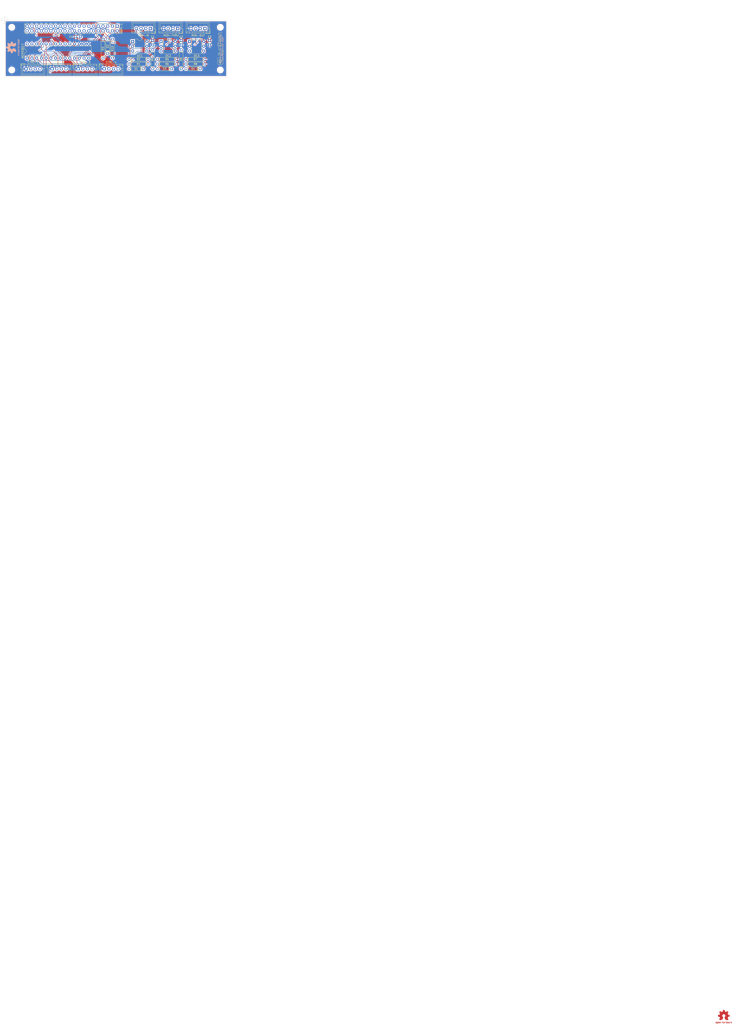
<source format=kicad_pcb>
(kicad_pcb (version 4) (host pcbnew 4.0.6)
  (layers (0 F.Cu signal) (31 B.Cu signal) (34 B.Paste user) (35 F.Paste user) (36 B.SilkS user) (37 F.SilkS user) (38 B.Mask user) (39 F.Mask user) (44 Edge.Cuts user))
  (net 0 "")
  (net 1 +3V3)
  (net 2 +5V)
  (net 3 GND)
  (net 4 /INTB)
  (net 5 /INTA)
  (net 6 "Net-(CTRL-1-Pad2)")
  (net 7 "Net-(CTRL-1-Pad3)")
  (net 8 "Net-(CTRL-1-Pad4)")
  (net 9 "Net-(CTRL-2-Pad2)")
  (net 10 "Net-(CTRL-2-Pad3)")
  (net 11 "Net-(CTRL-2-Pad4)")
  (net 12 "Net-(CTRL-3-Pad2)")
  (net 13 "Net-(CTRL-3-Pad3)")
  (net 14 "Net-(CTRL-3-Pad4)")
  (net 15 "Net-(CTRL-4-Pad2)")
  (net 16 "Net-(CTRL-4-Pad3)")
  (net 17 "Net-(CTRL-4-Pad4)")
  (net 18 "Net-(MCP23017-Pad7)")
  (net 19 "Net-(MCP23017-Pad8)")
  (net 20 "Net-(MCP23017-Pad12)")
  (net 21 "Net-(MCP23017-Pad13)")
  (net 22 "Net-(MCP23017-Pad27)")
  (net 23 "Net-(MCP23017-Pad28)")
  (net 24 "Net-(RBPi-1-Pad7)")
  (net 25 "Net-(RBPi-1-Pad11)")
  (net 26 "Net-(RBPi-1-Pad12)")
  (net 27 "Net-(RBPi-1-Pad13)")
  (net 28 "Net-(RBPi-1-Pad15)")
  (net 29 "Net-(RBPi-1-Pad16)")
  (net 30 "Net-(RBPi-1-Pad18)")
  (net 31 "Net-(RBPi-1-Pad19)")
  (net 32 "Net-(RBPi-1-Pad21)")
  (net 33 "Net-(RBPi-1-Pad22)")
  (net 34 "Net-(RBPi-1-Pad23)")
  (net 35 "Net-(RBPi-1-Pad24)")
  (net 36 "Net-(RBPi-1-Pad26)")
  (net 37 "Net-(RBPi-1-Pad27)")
  (net 38 "Net-(RBPi-1-Pad28)")
  (net 39 "Net-(RBPi-1-Pad29)")
  (net 40 "Net-(RBPi-1-Pad31)")
  (net 41 "Net-(RBPi-1-Pad32)")
  (net 42 "Net-(RBPi-1-Pad33)")
  (net 43 "Net-(RBPi-1-Pad35)")
  (net 44 "Net-(RBPi-1-Pad38)")
  (net 45 "Net-(RBPi-1-Pad40)")
  (net 46 "Net-(D1-Pad1)")
  (net 47 "Net-(D1-Pad2)")
  (net 48 "Net-(D2-Pad1)")
  (net 49 /MIDI-IN)
  (net 50 "Net-(D3-Pad1)")
  (net 51 "Net-(D3-Pad2)")
  (net 52 "Net-(D4-Pad1)")
  (net 53 "Net-(D4-Pad2)")
  (net 54 "Net-(MIDI-1-Pad3)")
  (net 55 "Net-(OC1-Pad1)")
  (net 56 "Net-(OC1-Pad3)")
  (net 57 /MIDI-THRU)
  (net 58 "Net-(OC2-Pad3)")
  (net 59 "Net-(OC3-Pad3)")
  (net 60 /MIDI-OUT)
  (net 61 "Net-(OC3-Pad1)")
  (module Symbols:OSHW-Logo2_9.8x8mm_Copper (layer F.Cu) (at 62.23 115.57 90)
    (fp_text reference REF*** hide)
    (fp_text value OSHW-Logo2_9.8x8mm_Copper hide)
    (fp_poly (pts (xy -3.231114 2.584505) (xy -3.156461 2.621727) (xy -3.090569 2.690261) (xy -3.072423 2.715648) (xy -3.052655 2.748866) (xy -3.039828 2.784945) (xy -3.03249 2.833098) (xy -3.029187 2.902536) (xy -3.028462 2.994206) (xy -3.031737 3.11983) (xy -3.043123 3.214154) (xy -3.064959 3.284523) (xy -3.099581 3.338286) (xy -3.14933 3.382788) (xy -3.152986 3.385423) (xy -3.202015 3.412377) (xy -3.261055 3.425712) (xy -3.336141 3.429) (xy -3.458205 3.429) (xy -3.458256 3.547497) (xy -3.459392 3.613492) (xy -3.466314 3.652202) (xy -3.484402 3.675419) (xy -3.519038 3.694933) (xy -3.527355 3.69892) (xy -3.56628 3.717603) (xy -3.596417 3.729403) (xy -3.618826 3.730422) (xy -3.634567 3.716761) (xy -3.644698 3.684522) (xy -3.650277 3.629804) (xy -3.652365 3.548711) (xy -3.652019 3.437344) (xy -3.6503 3.291802) (xy -3.649763 3.248269) (xy -3.647828 3.098205) (xy -3.646096 3.000042) (xy -3.458308 3.000042) (xy -3.457252 3.083364) (xy -3.452562 3.13788) (xy -3.441949 3.173837) (xy -3.423128 3.201482) (xy -3.41035 3.214965) (xy -3.35811 3.254417) (xy -3.311858 3.257628) (xy -3.264133 3.225049) (xy -3.262923 3.223846) (xy -3.243506 3.198668) (xy -3.231693 3.164447) (xy -3.225735 3.111748) (xy -3.22388 3.031131) (xy -3.223846 3.013271) (xy -3.22833 2.902175) (xy -3.242926 2.825161) (xy -3.26935 2.778147) (xy -3.309317 2.75705) (xy -3.332416 2.754923) (xy -3.387238 2.7649) (xy -3.424842 2.797752) (xy -3.447477 2.857857) (xy -3.457394 2.949598) (xy -3.458308 3.000042) (xy -3.646096 3.000042) (xy -3.645778 2.98206) (xy -3.643127 2.894679) (xy -3.639394 2.830905) (xy -3.634093 2.785582) (xy -3.626742 2.753555) (xy -3.616857 2.729668) (xy -3.603954 2.708764) (xy -3.598421 2.700898) (xy -3.525031 2.626595) (xy -3.43224 2.584467) (xy -3.324904 2.572722) (xy -3.231114 2.584505)) (layer F.Cu) (width 0.01))
    (fp_poly (pts (xy -1.728336 2.595089) (xy -1.665633 2.631358) (xy -1.622039 2.667358) (xy -1.590155 2.705075) (xy -1.56819 2.751199) (xy -1.554351 2.812421) (xy -1.546847 2.895431) (xy -1.543883 3.006919) (xy -1.543539 3.087062) (xy -1.543539 3.382065) (xy -1.709615 3.456515) (xy -1.719385 3.133402) (xy -1.723421 3.012729) (xy -1.727656 2.925141) (xy -1.732903 2.86465) (xy -1.739975 2.825268) (xy -1.749689 2.801007) (xy -1.762856 2.78588) (xy -1.767081 2.782606) (xy -1.831091 2.757034) (xy -1.895792 2.767153) (xy -1.934308 2.794) (xy -1.949975 2.813024) (xy -1.96082 2.837988) (xy -1.967712 2.875834) (xy -1.971521 2.933502) (xy -1.973117 3.017935) (xy -1.973385 3.105928) (xy -1.973437 3.216323) (xy -1.975328 3.294463) (xy -1.981655 3.347165) (xy -1.995017 3.381242) (xy -2.018015 3.403511) (xy -2.053246 3.420787) (xy -2.100303 3.438738) (xy -2.151697 3.458278) (xy -2.145579 3.111485) (xy -2.143116 2.986468) (xy -2.140233 2.894082) (xy -2.136102 2.827881) (xy -2.129893 2.78142) (xy -2.120774 2.748256) (xy -2.107917 2.721944) (xy -2.092416 2.698729) (xy -2.017629 2.624569) (xy -1.926372 2.581684) (xy -1.827117 2.571412) (xy -1.728336 2.595089)) (layer F.Cu) (width 0.01))
    (fp_poly (pts (xy -3.983114 2.587256) (xy -3.891536 2.635409) (xy -3.823951 2.712905) (xy -3.799943 2.762727) (xy -3.781262 2.837533) (xy -3.771699 2.932052) (xy -3.770792 3.03521) (xy -3.778079 3.135935) (xy -3.793097 3.223153) (xy -3.815385 3.285791) (xy -3.822235 3.296579) (xy -3.903368 3.377105) (xy -3.999734 3.425336) (xy -4.104299 3.43945) (xy -4.210032 3.417629) (xy -4.239457 3.404547) (xy -4.296759 3.364231) (xy -4.34705 3.310775) (xy -4.351803 3.303995) (xy -4.371122 3.271321) (xy -4.383892 3.236394) (xy -4.391436 3.190414) (xy -4.395076 3.124584) (xy -4.396135 3.030105) (xy -4.396154 3.008923) (xy -4.396106 3.002182) (xy -4.200769 3.002182) (xy -4.199632 3.091349) (xy -4.195159 3.15052) (xy -4.185754 3.188741) (xy -4.169824 3.215053) (xy -4.161692 3.223846) (xy -4.114942 3.257261) (xy -4.069553 3.255737) (xy -4.02366 3.226752) (xy -3.996288 3.195809) (xy -3.980077 3.150643) (xy -3.970974 3.07942) (xy -3.970349 3.071114) (xy -3.968796 2.942037) (xy -3.985035 2.846172) (xy -4.018848 2.784107) (xy -4.070016 2.756432) (xy -4.08828 2.754923) (xy -4.13624 2.762513) (xy -4.169047 2.788808) (xy -4.189105 2.839095) (xy -4.198822 2.918664) (xy -4.200769 3.002182) (xy -4.396106 3.002182) (xy -4.395426 2.908249) (xy -4.392371 2.837906) (xy -4.385678 2.789163) (xy -4.37404 2.753288) (xy -4.356147 2.721548) (xy -4.352192 2.715648) (xy -4.285733 2.636104) (xy -4.213315 2.589929) (xy -4.125151 2.571599) (xy -4.095213 2.570703) (xy -3.983114 2.587256)) (layer F.Cu) (width 0.01))
    (fp_poly (pts (xy -2.465746 2.599745) (xy -2.388714 2.651567) (xy -2.329184 2.726412) (xy -2.293622 2.821654) (xy -2.286429 2.891756) (xy -2.287246 2.921009) (xy -2.294086 2.943407) (xy -2.312888 2.963474) (xy -2.349592 2.985733) (xy -2.410138 3.014709) (xy -2.500466 3.054927) (xy -2.500923 3.055129) (xy -2.584067 3.09321) (xy -2.652247 3.127025) (xy -2.698495 3.152933) (xy -2.715842 3.167295) (xy -2.715846 3.167411) (xy -2.700557 3.198685) (xy -2.664804 3.233157) (xy -2.623758 3.25799) (xy -2.602963 3.262923) (xy -2.54623 3.245862) (xy -2.497373 3.203133) (xy -2.473535 3.156155) (xy -2.450603 3.121522) (xy -2.405682 3.082081) (xy -2.352877 3.048009) (xy -2.30629 3.02948) (xy -2.296548 3.028462) (xy -2.285582 3.045215) (xy -2.284921 3.088039) (xy -2.29298 3.145781) (xy -2.308173 3.207289) (xy -2.328914 3.261409) (xy -2.329962 3.26351) (xy -2.392379 3.35066) (xy -2.473274 3.409939) (xy -2.565144 3.439034) (xy -2.660487 3.435634) (xy -2.751802 3.397428) (xy -2.755862 3.394741) (xy -2.827694 3.329642) (xy -2.874927 3.244705) (xy -2.901066 3.133021) (xy -2.904574 3.101643) (xy -2.910787 2.953536) (xy -2.903339 2.884468) (xy -2.715846 2.884468) (xy -2.71341 2.927552) (xy -2.700086 2.940126) (xy -2.666868 2.930719) (xy -2.614506 2.908483) (xy -2.555976 2.88061) (xy -2.554521 2.879872) (xy -2.504911 2.853777) (xy -2.485 2.836363) (xy -2.48991 2.818107) (xy -2.510584 2.79412) (xy -2.563181 2.759406) (xy -2.619823 2.756856) (xy -2.670631 2.782119) (xy -2.705724 2.830847) (xy -2.715846 2.884468) (xy -2.903339 2.884468) (xy -2.898008 2.835036) (xy -2.865222 2.741055) (xy -2.819579 2.675215) (xy -2.737198 2.608681) (xy -2.646454 2.575676) (xy -2.553815 2.573573) (xy -2.465746 2.599745)) (layer F.Cu) (width 0.01))
    (fp_poly (pts (xy -0.840154 2.49212) (xy -0.834428 2.57198) (xy -0.827851 2.619039) (xy -0.818738 2.639566) (xy -0.805402 2.639829) (xy -0.801077 2.637378) (xy -0.743556 2.619636) (xy -0.668732 2.620672) (xy -0.592661 2.63891) (xy -0.545082 2.662505) (xy -0.496298 2.700198) (xy -0.460636 2.742855) (xy -0.436155 2.797057) (xy -0.420913 2.869384) (xy -0.41297 2.966419) (xy -0.410384 3.094742) (xy -0.410338 3.119358) (xy -0.410308 3.39587) (xy -0.471839 3.41732) (xy -0.515541 3.431912) (xy -0.539518 3.438706) (xy -0.540223 3.438769) (xy -0.542585 3.420345) (xy -0.544594 3.369526) (xy -0.546099 3.292993) (xy -0.546947 3.19743) (xy -0.547077 3.139329) (xy -0.547349 3.024771) (xy -0.548748 2.942667) (xy -0.552151 2.886393) (xy -0.558433 2.849326) (xy -0.568471 2.824844) (xy -0.583139 2.806325) (xy -0.592298 2.797406) (xy -0.655211 2.761466) (xy -0.723864 2.758775) (xy -0.786152 2.78917) (xy -0.797671 2.800144) (xy -0.814567 2.820779) (xy -0.826286 2.845256) (xy -0.833767 2.880647) (xy -0.837946 2.934026) (xy -0.839763 3.012466) (xy -0.840154 3.120617) (xy -0.840154 3.39587) (xy -0.901685 3.41732) (xy -0.945387 3.431912) (xy -0.969364 3.438706) (xy -0.97007 3.438769) (xy -0.971874 3.420069) (xy -0.9735 3.367322) (xy -0.974883 3.285557) (xy -0.975958 3.179805) (xy -0.97666 3.055094) (xy -0.976923 2.916455) (xy -0.976923 2.381806) (xy -0.849923 2.328236) (xy -0.840154 2.49212)) (layer F.Cu) (width 0.01))
    (fp_poly (pts (xy 0.053501 2.626303) (xy 0.13006 2.654733) (xy 0.130936 2.655279) (xy 0.178285 2.690127) (xy 0.213241 2.730852) (xy 0.237825 2.783925) (xy 0.254062 2.855814) (xy 0.263975 2.952992) (xy 0.269586 3.081928) (xy 0.270077 3.100298) (xy 0.277141 3.377287) (xy 0.217695 3.408028) (xy 0.174681 3.428802) (xy 0.14871 3.438646) (xy 0.147509 3.438769) (xy 0.143014 3.420606) (xy 0.139444 3.371612) (xy 0.137248 3.300031) (xy 0.136769 3.242068) (xy 0.136758 3.14817) (xy 0.132466 3.089203) (xy 0.117503 3.061079) (xy 0.085482 3.059706) (xy 0.030014 3.080998) (xy -0.053731 3.120136) (xy -0.115311 3.152643) (xy -0.146983 3.180845) (xy -0.156294 3.211582) (xy -0.156308 3.213104) (xy -0.140943 3.266054) (xy -0.095453 3.29466) (xy -0.025834 3.298803) (xy 0.024313 3.298084) (xy 0.050754 3.312527) (xy 0.067243 3.347218) (xy 0.076733 3.391416) (xy 0.063057 3.416493) (xy 0.057907 3.420082) (xy 0.009425 3.434496) (xy -0.058469 3.436537) (xy -0.128388 3.426983) (xy -0.177932 3.409522) (xy -0.24643 3.351364) (xy -0.285366 3.270408) (xy -0.293077 3.20716) (xy -0.287193 3.150111) (xy -0.265899 3.103542) (xy -0.223735 3.062181) (xy -0.155241 3.020755) (xy -0.054956 2.973993) (xy -0.048846 2.97135) (xy 0.04149 2.929617) (xy 0.097235 2.895391) (xy 0.121129 2.864635) (xy 0.115913 2.833311) (xy 0.084328 2.797383) (xy 0.074883 2.789116) (xy 0.011617 2.757058) (xy -0.053936 2.758407) (xy -0.111028 2.789838) (xy -0.148907 2.848024) (xy -0.152426 2.859446) (xy -0.1867 2.914837) (xy -0.230191 2.941518) (xy -0.293077 2.96796) (xy -0.293077 2.899548) (xy -0.273948 2.80011) (xy -0.217169 2.708902) (xy -0.187622 2.678389) (xy -0.120458 2.639228) (xy -0.035044 2.6215) (xy 0.053501 2.626303)) (layer F.Cu) (width 0.01))
    (fp_poly (pts (xy 0.713362 2.62467) (xy 0.802117 2.657421) (xy 0.874022 2.71535) (xy 0.902144 2.756128) (xy 0.932802 2.830954) (xy 0.932165 2.885058) (xy 0.899987 2.921446) (xy 0.888081 2.927633) (xy 0.836675 2.946925) (xy 0.810422 2.941982) (xy 0.80153 2.909587) (xy 0.801077 2.891692) (xy 0.784797 2.825859) (xy 0.742365 2.779807) (xy 0.683388 2.757564) (xy 0.617475 2.763161) (xy 0.563895 2.792229) (xy 0.545798 2.80881) (xy 0.532971 2.828925) (xy 0.524306 2.859332) (xy 0.518696 2.906788) (xy 0.515035 2.97805) (xy 0.512215 3.079875) (xy 0.511484 3.112115) (xy 0.50882 3.22241) (xy 0.505792 3.300036) (xy 0.50125 3.351396) (xy 0.494046 3.38289) (xy 0.483033 3.40092) (xy 0.46706 3.411888) (xy 0.456834 3.416733) (xy 0.413406 3.433301) (xy 0.387842 3.438769) (xy 0.379395 3.420507) (xy 0.374239 3.365296) (xy 0.372346 3.272499) (xy 0.373689 3.141478) (xy 0.374107 3.121269) (xy 0.377058 3.001733) (xy 0.380548 2.914449) (xy 0.385514 2.852591) (xy 0.392893 2.809336) (xy 0.403624 2.77786) (xy 0.418645 2.751339) (xy 0.426502 2.739975) (xy 0.471553 2.689692) (xy 0.52194 2.650581) (xy 0.528108 2.647167) (xy 0.618458 2.620212) (xy 0.713362 2.62467)) (layer F.Cu) (width 0.01))
    (fp_poly (pts (xy 1.602081 2.780289) (xy 1.601833 2.92632) (xy 1.600872 3.038655) (xy 1.598794 3.122678) (xy 1.595193 3.183769) (xy 1.589665 3.227309) (xy 1.581804 3.258679) (xy 1.571207 3.283262) (xy 1.563182 3.297294) (xy 1.496728 3.373388) (xy 1.41247 3.421084) (xy 1.319249 3.438199) (xy 1.2259 3.422546) (xy 1.170312 3.394418) (xy 1.111957 3.34576) (xy 1.072186 3.286333) (xy 1.04819 3.208507) (xy 1.037161 3.104652) (xy 1.035599 3.028462) (xy 1.035809 3.022986) (xy 1.172308 3.022986) (xy 1.173141 3.110355) (xy 1.176961 3.168192) (xy 1.185746 3.206029) (xy 1.201474 3.233398) (xy 1.220266 3.254042) (xy 1.283375 3.29389) (xy 1.351137 3.297295) (xy 1.415179 3.264025) (xy 1.420164 3.259517) (xy 1.441439 3.236067) (xy 1.454779 3.208166) (xy 1.462001 3.166641) (xy 1.464923 3.102316) (xy 1.465385 3.0312) (xy 1.464383 2.941858) (xy 1.460238 2.882258) (xy 1.451236 2.843089) (xy 1.435667 2.81504) (xy 1.422902 2.800144) (xy 1.3636 2.762575) (xy 1.295301 2.758057) (xy 1.23011 2.786753) (xy 1.217528 2.797406) (xy 1.196111 2.821063) (xy 1.182744 2.849251) (xy 1.175566 2.891245) (xy 1.172719 2.956319) (xy 1.172308 3.022986) (xy 1.035809 3.022986) (xy 1.040322 2.905765) (xy 1.056362 2.813577) (xy 1.086528 2.744269) (xy 1.133629 2.690211) (xy 1.170312 2.662505) (xy 1.23699 2.632572) (xy 1.314272 2.618678) (xy 1.38611 2.622397) (xy 1.426308 2.6374) (xy 1.442082 2.64167) (xy 1.45255 2.62575) (xy 1.459856 2.583089) (xy 1.465385 2.518106) (xy 1.471437 2.445732) (xy 1.479844 2.402187) (xy 1.495141 2.377287) (xy 1.521864 2.360845) (xy 1.538654 2.353564) (xy 1.602154 2.326963) (xy 1.602081 2.780289)) (layer F.Cu) (width 0.01))
    (fp_poly (pts (xy 2.395929 2.636662) (xy 2.398911 2.688068) (xy 2.401247 2.766192) (xy 2.402749 2.864857) (xy 2.403231 2.968343) (xy 2.403231 3.318533) (xy 2.341401 3.380363) (xy 2.298793 3.418462) (xy 2.26139 3.433895) (xy 2.21027 3.432918) (xy 2.189978 3.430433) (xy 2.126554 3.4232) (xy 2.074095 3.419055) (xy 2.061308 3.418672) (xy 2.018199 3.421176) (xy 1.956544 3.427462) (xy 1.932638 3.430433) (xy 1.873922 3.435028) (xy 1.834464 3.425046) (xy 1.795338 3.394228) (xy 1.781215 3.380363) (xy 1.719385 3.318533) (xy 1.719385 2.663503) (xy 1.76915 2.640829) (xy 1.812002 2.624034) (xy 1.837073 2.618154) (xy 1.843501 2.636736) (xy 1.849509 2.688655) (xy 1.854697 2.768172) (xy 1.858664 2.869546) (xy 1.860577 2.955192) (xy 1.865923 3.292231) (xy 1.91256 3.298825) (xy 1.954976 3.294214) (xy 1.97576 3.279287) (xy 1.98157 3.251377) (xy 1.98653 3.191925) (xy 1.990246 3.108466) (xy 1.992324 3.008532) (xy 1.992624 2.957104) (xy 1.992923 2.661054) (xy 2.054454 2.639604) (xy 2.098004 2.62502) (xy 2.121694 2.618219) (xy 2.122377 2.618154) (xy 2.124754 2.636642) (xy 2.127366 2.687906) (xy 2.129995 2.765649) (xy 2.132421 2.863574) (xy 2.134115 2.955192) (xy 2.139461 3.292231) (xy 2.256692 3.292231) (xy 2.262072 2.984746) (xy 2.267451 2.677261) (xy 2.324601 2.647707) (xy 2.366797 2.627413) (xy 2.39177 2.618204) (xy 2.392491 2.618154) (xy 2.395929 2.636662)) (layer F.Cu) (width 0.01))
    (fp_poly (pts (xy 2.887333 2.633528) (xy 2.94359 2.659117) (xy 2.987747 2.690124) (xy 3.020101 2.724795) (xy 3.042438 2.76952) (xy 3.056546 2.830692) (xy 3.064211 2.914701) (xy 3.06722 3.02794) (xy 3.067538 3.102509) (xy 3.067538 3.39342) (xy 3.017773 3.416095) (xy 2.978576 3.432667) (xy 2.959157 3.438769) (xy 2.955442 3.42061) (xy 2.952495 3.371648) (xy 2.950691 3.300153) (xy 2.950308 3.243385) (xy 2.948661 3.161371) (xy 2.944222 3.096309) (xy 2.93774 3.056467) (xy 2.93259 3.048) (xy 2.897977 3.056646) (xy 2.84364 3.078823) (xy 2.780722 3.108886) (xy 2.720368 3.141192) (xy 2.673721 3.170098) (xy 2.651926 3.189961) (xy 2.651839 3.190175) (xy 2.653714 3.226935) (xy 2.670525 3.262026) (xy 2.700039 3.290528) (xy 2.743116 3.300061) (xy 2.779932 3.29895) (xy 2.832074 3.298133) (xy 2.859444 3.310349) (xy 2.875882 3.342624) (xy 2.877955 3.34871) (xy 2.885081 3.394739) (xy 2.866024 3.422687) (xy 2.816353 3.436007) (xy 2.762697 3.43847) (xy 2.666142 3.42021) (xy 2.616159 3.394131) (xy 2.554429 3.332868) (xy 2.52169 3.25767) (xy 2.518753 3.178211) (xy 2.546424 3.104167) (xy 2.588047 3.057769) (xy 2.629604 3.031793) (xy 2.694922 2.998907) (xy 2.771038 2.965557) (xy 2.783726 2.960461) (xy 2.867333 2.923565) (xy 2.91553 2.891046) (xy 2.93103 2.858718) (xy 2.91655 2.822394) (xy 2.891692 2.794) (xy 2.832939 2.759039) (xy 2.768293 2.756417) (xy 2.709008 2.783358) (xy 2.666339 2.837088) (xy 2.660739 2.85095) (xy 2.628133 2.901936) (xy 2.58053 2.939787) (xy 2.520461 2.97085) (xy 2.520461 2.882768) (xy 2.523997 2.828951) (xy 2.539156 2.786534) (xy 2.572768 2.741279) (xy 2.605035 2.70642) (xy 2.655209 2.657062) (xy 2.694193 2.630547) (xy 2.736064 2.619911) (xy 2.78346 2.618154) (xy 2.887333 2.633528)) (layer F.Cu) (width 0.01))
    (fp_poly (pts (xy 3.570807 2.636782) (xy 3.594161 2.646988) (xy 3.649902 2.691134) (xy 3.697569 2.754967) (xy 3.727048 2.823087) (xy 3.731846 2.85667) (xy 3.71576 2.903556) (xy 3.680475 2.928365) (xy 3.642644 2.943387) (xy 3.625321 2.946155) (xy 3.616886 2.926066) (xy 3.60023 2.882351) (xy 3.592923 2.862598) (xy 3.551948 2.794271) (xy 3.492622 2.760191) (xy 3.416552 2.761239) (xy 3.410918 2.762581) (xy 3.370305 2.781836) (xy 3.340448 2.819375) (xy 3.320055 2.879809) (xy 3.307836 2.967751) (xy 3.3025 3.087813) (xy 3.302 3.151698) (xy 3.301752 3.252403) (xy 3.300126 3.321054) (xy 3.295801 3.364673) (xy 3.287454 3.390282) (xy 3.273765 3.404903) (xy 3.253411 3.415558) (xy 3.252234 3.416095) (xy 3.213038 3.432667) (xy 3.193619 3.438769) (xy 3.190635 3.420319) (xy 3.188081 3.369323) (xy 3.18614 3.292308) (xy 3.184997 3.195805) (xy 3.184769 3.125184) (xy 3.185932 2.988525) (xy 3.190479 2.884851) (xy 3.199999 2.808108) (xy 3.216081 2.752246) (xy 3.240313 2.711212) (xy 3.274286 2.678954) (xy 3.307833 2.65644) (xy 3.388499 2.626476) (xy 3.482381 2.619718) (xy 3.570807 2.636782)) (layer F.Cu) (width 0.01))
    (fp_poly (pts (xy 4.245224 2.647838) (xy 4.322528 2.698361) (xy 4.359814 2.74359) (xy 4.389353 2.825663) (xy 4.391699 2.890607) (xy 4.386385 2.977445) (xy 4.186115 3.065103) (xy 4.088739 3.109887) (xy 4.025113 3.145913) (xy 3.992029 3.177117) (xy 3.98628 3.207436) (xy 4.004658 3.240805) (xy 4.024923 3.262923) (xy 4.083889 3.298393) (xy 4.148024 3.300879) (xy 4.206926 3.273235) (xy 4.250197 3.21832) (xy 4.257936 3.198928) (xy 4.295006 3.138364) (xy 4.337654 3.112552) (xy 4.396154 3.090471) (xy 4.396154 3.174184) (xy 4.390982 3.23115) (xy 4.370723 3.279189) (xy 4.328262 3.334346) (xy 4.321951 3.341514) (xy 4.27472 3.390585) (xy 4.234121 3.41692) (xy 4.183328 3.429035) (xy 4.14122 3.433003) (xy 4.065902 3.433991) (xy 4.012286 3.421466) (xy 3.978838 3.402869) (xy 3.926268 3.361975) (xy 3.889879 3.317748) (xy 3.86685 3.262126) (xy 3.854359 3.187047) (xy 3.849587 3.084449) (xy 3.849206 3.032376) (xy 3.850501 2.969948) (xy 3.968471 2.969948) (xy 3.969839 3.003438) (xy 3.973249 3.008923) (xy 3.995753 3.001472) (xy 4.044182 2.981753) (xy 4.108908 2.953718) (xy 4.122443 2.947692) (xy 4.204244 2.906096) (xy 4.249312 2.869538) (xy 4.259217 2.835296) (xy 4.235526 2.800648) (xy 4.21596 2.785339) (xy 4.14536 2.754721) (xy 4.07928 2.75978) (xy 4.023959 2.797151) (xy 3.985636 2.863473) (xy 3.973349 2.916116) (xy 3.968471 2.969948) (xy 3.850501 2.969948) (xy 3.85173 2.91072) (xy 3.861032 2.82071) (xy 3.87946 2.755167) (xy 3.90936 2.706912) (xy 3.95308 2.668767) (xy 3.972141 2.65644) (xy 4.058726 2.624336) (xy 4.153522 2.622316) (xy 4.245224 2.647838)) (layer F.Cu) (width 0.01))
    (fp_poly (pts (xy 0.139878 -3.712224) (xy 0.245612 -3.711645) (xy 0.322132 -3.710078) (xy 0.374372 -3.707028) (xy 0.407263 -3.702004) (xy 0.425737 -3.694511) (xy 0.434727 -3.684056) (xy 0.439163 -3.670147) (xy 0.439594 -3.668346) (xy 0.446333 -3.635855) (xy 0.458808 -3.571748) (xy 0.475719 -3.482849) (xy 0.495771 -3.375981) (xy 0.517664 -3.257967) (xy 0.518429 -3.253822) (xy 0.540359 -3.138169) (xy 0.560877 -3.035986) (xy 0.578659 -2.953402) (xy 0.592381 -2.896544) (xy 0.600718 -2.871542) (xy 0.601116 -2.871099) (xy 0.625677 -2.85889) (xy 0.676315 -2.838544) (xy 0.742095 -2.814455) (xy 0.742461 -2.814326) (xy 0.825317 -2.783182) (xy 0.923 -2.743509) (xy 1.015077 -2.703619) (xy 1.019434 -2.701647) (xy 1.169407 -2.63358) (xy 1.501498 -2.860361) (xy 1.603374 -2.929496) (xy 1.695657 -2.991303) (xy 1.773003 -3.042267) (xy 1.830064 -3.078873) (xy 1.861495 -3.097606) (xy 1.864479 -3.098996) (xy 1.887321 -3.09281) (xy 1.929982 -3.062965) (xy 1.994128 -3.008053) (xy 2.081421 -2.926666) (xy 2.170535 -2.840078) (xy 2.256441 -2.754753) (xy 2.333327 -2.676892) (xy 2.396564 -2.611303) (xy 2.441523 -2.562795) (xy 2.463576 -2.536175) (xy 2.464396 -2.534805) (xy 2.466834 -2.516537) (xy 2.45765 -2.486705) (xy 2.434574 -2.441279) (xy 2.395337 -2.37623) (xy 2.33767 -2.28753) (xy 2.260795 -2.173343) (xy 2.19257 -2.072838) (xy 2.131582 -1.982697) (xy 2.081356 -1.908151) (xy 2.045416 -1.854435) (xy 2.027287 -1.826782) (xy 2.026146 -1.824905) (xy 2.028359 -1.79841) (xy 2.045138 -1.746914) (xy 2.073142 -1.680149) (xy 2.083122 -1.658828) (xy 2.126672 -1.563841) (xy 2.173134 -1.456063) (xy 2.210877 -1.362808) (xy 2.238073 -1.293594) (xy 2.259675 -1.240994) (xy 2.272158 -1.213503) (xy 2.273709 -1.211384) (xy 2.296668 -1.207876) (xy 2.350786 -1.198262) (xy 2.428868 -1.183911) (xy 2.523719 -1.166193) (xy 2.628143 -1.146475) (xy 2.734944 -1.126126) (xy 2.836926 -1.106514) (xy 2.926894 -1.089009) (xy 2.997653 -1.074978) (xy 3.042006 -1.065791) (xy 3.052885 -1.063193) (xy 3.064122 -1.056782) (xy 3.072605 -1.042303) (xy 3.078714 -1.014867) (xy 3.082832 -0.969589) (xy 3.085341 -0.90158) (xy 3.086621 -0.805953) (xy 3.087054 -0.67782) (xy 3.087077 -0.625299) (xy 3.087077 -0.198155) (xy 2.9845 -0.177909) (xy 2.927431 -0.16693) (xy 2.842269 -0.150905) (xy 2.739372 -0.131767) (xy 2.629096 -0.111449) (xy 2.598615 -0.105868) (xy 2.496855 -0.086083) (xy 2.408205 -0.066627) (xy 2.340108 -0.049303) (xy 2.300004 -0.035912) (xy 2.293323 -0.031921) (xy 2.276919 -0.003658) (xy 2.253399 0.051109) (xy 2.227316 0.121588) (xy 2.222142 0.136769) (xy 2.187956 0.230896) (xy 2.145523 0.337101) (xy 2.103997 0.432473) (xy 2.103792 0.432916) (xy 2.03464 0.582525) (xy 2.489512 1.251617) (xy 2.1975 1.544116) (xy 2.10918 1.63117) (xy 2.028625 1.707909) (xy 1.96036 1.770237) (xy 1.908908 1.814056) (xy 1.878794 1.83527) (xy 1.874474 1.836616) (xy 1.849111 1.826016) (xy 1.797358 1.796547) (xy 1.724868 1.751705) (xy 1.637294 1.694984) (xy 1.542612 1.631462) (xy 1.446516 1.566668) (xy 1.360837 1.510287) (xy 1.291016 1.465788) (xy 1.242494 1.436639) (xy 1.220782 1.426308) (xy 1.194293 1.43505) (xy 1.144062 1.458087) (xy 1.080451 1.490631) (xy 1.073708 1.494249) (xy 0.988046 1.53721) (xy 0.929306 1.558279) (xy 0.892772 1.558503) (xy 0.873731 1.538928) (xy 0.87362 1.538654) (xy 0.864102 1.515472) (xy 0.841403 1.460441) (xy 0.807282 1.377822) (xy 0.7635 1.271872) (xy 0.711816 1.146852) (xy 0.653992 1.00702) (xy 0.597991 0.871637) (xy 0.536447 0.722234) (xy 0.479939 0.583832) (xy 0.430161 0.460673) (xy 0.388806 0.357002) (xy 0.357568 0.277059) (xy 0.338141 0.225088) (xy 0.332154 0.205692) (xy 0.347168 0.183443) (xy 0.386439 0.147982) (xy 0.438807 0.108887) (xy 0.587941 -0.014755) (xy 0.704511 -0.156478) (xy 0.787118 -0.313296) (xy 0.834366 -0.482225) (xy 0.844857 -0.660278) (xy 0.837231 -0.742461) (xy 0.795682 -0.912969) (xy 0.724123 -1.063541) (xy 0.626995 -1.192691) (xy 0.508734 -1.298936) (xy 0.37378 -1.38079) (xy 0.226571 -1.436768) (xy 0.071544 -1.465385) (xy -0.086861 -1.465156) (xy -0.244206 -1.434595) (xy -0.396054 -1.372218) (xy -0.537965 -1.27654) (xy -0.597197 -1.222428) (xy -0.710797 -1.08348) (xy -0.789894 -0.931639) (xy -0.835014 -0.771333) (xy -0.846684 -0.606988) (xy -0.825431 -0.443029) (xy -0.77178 -0.283882) (xy -0.68626 -0.133975) (xy -0.569395 0.002267) (xy -0.438807 0.108887) (xy -0.384412 0.149642) (xy -0.345986 0.184718) (xy -0.332154 0.205726) (xy -0.339397 0.228635) (xy -0.359995 0.283365) (xy -0.392254 0.365672) (xy -0.434479 0.471315) (xy -0.484977 0.59605) (xy -0.542052 0.735636) (xy -0.598146 0.87167) (xy -0.660033 1.021201) (xy -0.717356 1.159767) (xy -0.768356 1.283107) (xy -0.811273 1.386964) (xy -0.844347 1.46708) (xy -0.865819 1.519195) (xy -0.873775 1.538654) (xy -0.892571 1.558423) (xy -0.928926 1.558365) (xy -0.987521 1.537441) (xy -1.073032 1.494613) (xy -1.073708 1.494249) (xy -1.138093 1.461012) (xy -1.190139 1.436802) (xy -1.219488 1.426404) (xy -1.220783 1.426308) (xy -1.242876 1.436855) (xy -1.291652 1.466184) (xy -1.361669 1.510827) (xy -1.447486 1.567314) (xy -1.542612 1.631462) (xy -1.63946 1.696411) (xy -1.726747 1.752896) (xy -1.798819 1.797421) (xy -1.850023 1.82649) (xy -1.874474 1.836616) (xy -1.89699 1.823307) (xy -1.942258 1.786112) (xy -2.005756 1.729128) (xy -2.082961 1.656449) (xy -2.169349 1.572171) (xy -2.197601 1.544016) (xy -2.489713 1.251416) (xy -2.267369 0.925104) (xy -2.199798 0.824897) (xy -2.140493 0.734963) (xy -2.092783 0.66051) (xy -2.059993 0.606751) (xy -2.045452 0.578894) (xy -2.045026 0.576912) (xy -2.052692 0.550655) (xy -2.073311 0.497837) (xy -2.103315 0.42731) (xy -2.124375 0.380093) (xy -2.163752 0.289694) (xy -2.200835 0.198366) (xy -2.229585 0.1212) (xy -2.237395 0.097692) (xy -2.259583 0.034916) (xy -2.281273 -0.013589) (xy -2.293187 -0.031921) (xy -2.319477 -0.043141) (xy -2.376858 -0.059046) (xy -2.457882 -0.077833) (xy -2.555105 -0.097701) (xy -2.598615 -0.105868) (xy -2.709104 -0.126171) (xy -2.815084 -0.14583) (xy -2.906199 -0.162912) (xy -2.972092 -0.175482) (xy -2.9845 -0.177909) (xy -3.087077 -0.198155) (xy -3.087077 -0.625299) (xy -3.086847 -0.765754) (xy -3.085901 -0.872021) (xy -3.083859 -0.948987) (xy -3.080338 -1.00154) (xy -3.074957 -1.034567) (xy -3.067334 -1.052955) (xy -3.057088 -1.061592) (xy -3.052885 -1.063193) (xy -3.02753 -1.068873) (xy -2.971516 -1.080205) (xy -2.892036 -1.095821) (xy -2.796288 -1.114353) (xy -2.691467 -1.134431) (xy -2.584768 -1.154688) (xy -2.483387 -1.173754) (xy -2.394521 -1.190261) (xy -2.325363 -1.202841) (xy -2.283111 -1.210125) (xy -2.27371 -1.211384) (xy -2.265193 -1.228237) (xy -2.24634 -1.27313) (xy -2.220676 -1.33757) (xy -2.210877 -1.362808) (xy -2.171352 -1.460314) (xy -2.124808 -1.568041) (xy -2.083123 -1.658828) (xy -2.05245 -1.728247) (xy -2.032044 -1.78529) (xy -2.025232 -1.820223) (xy -2.026318 -1.824905) (xy -2.040715 -1.847009) (xy -2.073588 -1.896169) (xy -2.12141 -1.967152) (xy -2.180652 -2.054722) (xy -2.247785 -2.153643) (xy -2.261059 -2.17317) (xy -2.338954 -2.28886) (xy -2.396213 -2.376956) (xy -2.435119 -2.441514) (xy -2.457956 -2.486589) (xy -2.467006 -2.516237) (xy -2.464552 -2.534515) (xy -2.464489 -2.534631) (xy -2.445173 -2.558639) (xy -2.402449 -2.605053) (xy -2.340949 -2.669063) (xy -2.265302 -2.745855) (xy -2.180139 -2.830618) (xy -2.170535 -2.840078) (xy -2.06321 -2.944011) (xy -1.980385 -3.020325) (xy -1.920395 -3.070429) (xy -1.881577 -3.09573) (xy -1.86448 -3.098996) (xy -1.839527 -3.08475) (xy -1.787745 -3.051844) (xy -1.71448 -3.003792) (xy -1.62508 -2.94411) (xy -1.524889 -2.876312) (xy -1.501499 -2.860361) (xy -1.169407 -2.63358) (xy -1.019435 -2.701647) (xy -0.92823 -2.741315) (xy -0.830331 -2.781209) (xy -0.746169 -2.813017) (xy -0.742462 -2.814326) (xy -0.676631 -2.838424) (xy -0.625884 -2.8588) (xy -0.601158 -2.871064) (xy -0.601116 -2.871099) (xy -0.593271 -2.893266) (xy -0.579934 -2.947783) (xy -0.56243 -3.02852) (xy -0.542083 -3.12935) (xy -0.520218 -3.244144) (xy -0.518429 -3.253822) (xy -0.496496 -3.372096) (xy -0.47636 -3.479458) (xy -0.45932 -3.569083) (xy -0.446672 -3.634149) (xy -0.439716 -3.667832) (xy -0.439594 -3.668346) (xy -0.435361 -3.682675) (xy -0.427129 -3.693493) (xy -0.409967 -3.701294) (xy -0.378942 -3.706571) (xy -0.329122 -3.709818) (xy -0.255576 -3.711528) (xy -0.153371 -3.712193) (xy -0.017575 -3.712307) (xy 0 -3.712308) (xy 0.139878 -3.712224)) (layer F.Cu) (width 0.01))
  )
  (module Pin_Headers:Pin_Header_Straight_2x20_Pitch2.54mm (layer F.Cu) (at 118.11 104.14 270)
    (fp_text reference RBPi-1 (at 1.27 -2.39 270) (layer F.SilkS))
    (fp_text value "RBPi GPIO")
    (pad 1 thru_hole rect (at 0 0 270) (size 1.7 1.7) (drill 1) (layers *.Cu *.Mask) (net 1 +3V3))
    (pad 2 thru_hole oval (at 2.54 0 270) (size 1.7 1.7) (drill 1) (layers *.Cu *.Mask) (net 2 +5V))
    (pad 3 thru_hole oval (at 0 2.54 270) (size 1.7 1.7) (drill 1) (layers *.Cu *.Mask) (net 21 "Net-(MCP23017-Pad13)"))
    (pad 4 thru_hole oval (at 2.54 2.54 270) (size 1.7 1.7) (drill 1) (layers *.Cu *.Mask) (net 2 +5V))
    (pad 5 thru_hole oval (at 0 5.08 270) (size 1.7 1.7) (drill 1) (layers *.Cu *.Mask) (net 20 "Net-(MCP23017-Pad12)"))
    (pad 6 thru_hole oval (at 2.54 5.08 270) (size 1.7 1.7) (drill 1) (layers *.Cu *.Mask) (net 3 GND))
    (pad 7 thru_hole oval (at 0 7.62 270) (size 1.7 1.7) (drill 1) (layers *.Cu *.Mask) (net 24 "Net-(RBPi-1-Pad7)"))
    (pad 8 thru_hole oval (at 2.54 7.62 270) (size 1.7 1.7) (drill 1) (layers *.Cu *.Mask) (net 60 /MIDI-OUT))
    (pad 9 thru_hole oval (at 0 10.16 270) (size 1.7 1.7) (drill 1) (layers *.Cu *.Mask) (net 3 GND))
    (pad 10 thru_hole oval (at 2.54 10.16 270) (size 1.7 1.7) (drill 1) (layers *.Cu *.Mask) (net 49 /MIDI-IN))
    (pad 11 thru_hole oval (at 0 12.7 270) (size 1.7 1.7) (drill 1) (layers *.Cu *.Mask) (net 25 "Net-(RBPi-1-Pad11)"))
    (pad 12 thru_hole oval (at 2.54 12.7 270) (size 1.7 1.7) (drill 1) (layers *.Cu *.Mask) (net 26 "Net-(RBPi-1-Pad12)"))
    (pad 13 thru_hole oval (at 0 15.24 270) (size 1.7 1.7) (drill 1) (layers *.Cu *.Mask) (net 27 "Net-(RBPi-1-Pad13)"))
    (pad 14 thru_hole oval (at 2.54 15.24 270) (size 1.7 1.7) (drill 1) (layers *.Cu *.Mask) (net 3 GND))
    (pad 15 thru_hole oval (at 0 17.78 270) (size 1.7 1.7) (drill 1) (layers *.Cu *.Mask) (net 28 "Net-(RBPi-1-Pad15)"))
    (pad 16 thru_hole oval (at 2.54 17.78 270) (size 1.7 1.7) (drill 1) (layers *.Cu *.Mask) (net 29 "Net-(RBPi-1-Pad16)"))
    (pad 17 thru_hole oval (at 0 20.32 270) (size 1.7 1.7) (drill 1) (layers *.Cu *.Mask) (net 1 +3V3))
    (pad 18 thru_hole oval (at 2.54 20.32 270) (size 1.7 1.7) (drill 1) (layers *.Cu *.Mask) (net 30 "Net-(RBPi-1-Pad18)"))
    (pad 19 thru_hole oval (at 0 22.86 270) (size 1.7 1.7) (drill 1) (layers *.Cu *.Mask) (net 31 "Net-(RBPi-1-Pad19)"))
    (pad 20 thru_hole oval (at 2.54 22.86 270) (size 1.7 1.7) (drill 1) (layers *.Cu *.Mask) (net 3 GND))
    (pad 21 thru_hole oval (at 0 25.4 270) (size 1.7 1.7) (drill 1) (layers *.Cu *.Mask) (net 32 "Net-(RBPi-1-Pad21)"))
    (pad 22 thru_hole oval (at 2.54 25.4 270) (size 1.7 1.7) (drill 1) (layers *.Cu *.Mask) (net 33 "Net-(RBPi-1-Pad22)"))
    (pad 23 thru_hole oval (at 0 27.94 270) (size 1.7 1.7) (drill 1) (layers *.Cu *.Mask) (net 34 "Net-(RBPi-1-Pad23)"))
    (pad 24 thru_hole oval (at 2.54 27.94 270) (size 1.7 1.7) (drill 1) (layers *.Cu *.Mask) (net 35 "Net-(RBPi-1-Pad24)"))
    (pad 25 thru_hole oval (at 0 30.48 270) (size 1.7 1.7) (drill 1) (layers *.Cu *.Mask) (net 3 GND))
    (pad 26 thru_hole oval (at 2.54 30.48 270) (size 1.7 1.7) (drill 1) (layers *.Cu *.Mask) (net 36 "Net-(RBPi-1-Pad26)"))
    (pad 27 thru_hole oval (at 0 33.02 270) (size 1.7 1.7) (drill 1) (layers *.Cu *.Mask) (net 37 "Net-(RBPi-1-Pad27)"))
    (pad 28 thru_hole oval (at 2.54 33.02 270) (size 1.7 1.7) (drill 1) (layers *.Cu *.Mask) (net 38 "Net-(RBPi-1-Pad28)"))
    (pad 29 thru_hole oval (at 0 35.56 270) (size 1.7 1.7) (drill 1) (layers *.Cu *.Mask) (net 39 "Net-(RBPi-1-Pad29)"))
    (pad 30 thru_hole oval (at 2.54 35.56 270) (size 1.7 1.7) (drill 1) (layers *.Cu *.Mask) (net 3 GND))
    (pad 31 thru_hole oval (at 0 38.1 270) (size 1.7 1.7) (drill 1) (layers *.Cu *.Mask) (net 40 "Net-(RBPi-1-Pad31)"))
    (pad 32 thru_hole oval (at 2.54 38.1 270) (size 1.7 1.7) (drill 1) (layers *.Cu *.Mask) (net 41 "Net-(RBPi-1-Pad32)"))
    (pad 33 thru_hole oval (at 0 40.64 270) (size 1.7 1.7) (drill 1) (layers *.Cu *.Mask) (net 42 "Net-(RBPi-1-Pad33)"))
    (pad 34 thru_hole oval (at 2.54 40.64 270) (size 1.7 1.7) (drill 1) (layers *.Cu *.Mask) (net 3 GND))
    (pad 35 thru_hole oval (at 0 43.18 270) (size 1.7 1.7) (drill 1) (layers *.Cu *.Mask) (net 43 "Net-(RBPi-1-Pad35)"))
    (pad 36 thru_hole oval (at 2.54 43.18 270) (size 1.7 1.7) (drill 1) (layers *.Cu *.Mask) (net 5 /INTA))
    (pad 37 thru_hole oval (at 0 45.72 270) (size 1.7 1.7) (drill 1) (layers *.Cu *.Mask) (net 4 /INTB))
    (pad 38 thru_hole oval (at 2.54 45.72 270) (size 1.7 1.7) (drill 1) (layers *.Cu *.Mask) (net 44 "Net-(RBPi-1-Pad38)"))
    (pad 39 thru_hole oval (at 0 48.26 270) (size 1.7 1.7) (drill 1) (layers *.Cu *.Mask) (net 3 GND))
    (pad 40 thru_hole oval (at 2.54 48.26 270) (size 1.7 1.7) (drill 1) (layers *.Cu *.Mask) (net 45 "Net-(RBPi-1-Pad40)"))
  )
  (module Housings_DIP:DIP-28_W7.62mm (layer F.Cu) (at 69.85 121.285 90)
    (fp_text reference MCP23017 (at 3.81 -2.39 90) (layer F.SilkS))
    (fp_text value MCP23017)
    (pad 1 thru_hole rect (at 0 0 90) (size 1.6 1.6) (drill 0.8) (layers *.Cu *.Mask) (net 12 "Net-(CTRL-3-Pad2)"))
    (pad 15 thru_hole oval (at 7.62 33.02 90) (size 1.6 1.6) (drill 0.8) (layers *.Cu *.Mask) (net 3 GND))
    (pad 2 thru_hole oval (at 0 2.54 90) (size 1.6 1.6) (drill 0.8) (layers *.Cu *.Mask) (net 13 "Net-(CTRL-3-Pad3)"))
    (pad 16 thru_hole oval (at 7.62 30.48 90) (size 1.6 1.6) (drill 0.8) (layers *.Cu *.Mask) (net 3 GND))
    (pad 3 thru_hole oval (at 0 5.08 90) (size 1.6 1.6) (drill 0.8) (layers *.Cu *.Mask) (net 14 "Net-(CTRL-3-Pad4)"))
    (pad 17 thru_hole oval (at 7.62 27.94 90) (size 1.6 1.6) (drill 0.8) (layers *.Cu *.Mask) (net 3 GND))
    (pad 4 thru_hole oval (at 0 7.62 90) (size 1.6 1.6) (drill 0.8) (layers *.Cu *.Mask) (net 15 "Net-(CTRL-4-Pad2)"))
    (pad 18 thru_hole oval (at 7.62 25.4 90) (size 1.6 1.6) (drill 0.8) (layers *.Cu *.Mask) (net 2 +5V))
    (pad 5 thru_hole oval (at 0 10.16 90) (size 1.6 1.6) (drill 0.8) (layers *.Cu *.Mask) (net 16 "Net-(CTRL-4-Pad3)"))
    (pad 19 thru_hole oval (at 7.62 22.86 90) (size 1.6 1.6) (drill 0.8) (layers *.Cu *.Mask) (net 4 /INTB))
    (pad 6 thru_hole oval (at 0 12.7 90) (size 1.6 1.6) (drill 0.8) (layers *.Cu *.Mask) (net 17 "Net-(CTRL-4-Pad4)"))
    (pad 20 thru_hole oval (at 7.62 20.32 90) (size 1.6 1.6) (drill 0.8) (layers *.Cu *.Mask) (net 5 /INTA))
    (pad 7 thru_hole oval (at 0 15.24 90) (size 1.6 1.6) (drill 0.8) (layers *.Cu *.Mask) (net 18 "Net-(MCP23017-Pad7)"))
    (pad 21 thru_hole oval (at 7.62 17.78 90) (size 1.6 1.6) (drill 0.8) (layers *.Cu *.Mask) (net 6 "Net-(CTRL-1-Pad2)"))
    (pad 8 thru_hole oval (at 0 17.78 90) (size 1.6 1.6) (drill 0.8) (layers *.Cu *.Mask) (net 19 "Net-(MCP23017-Pad8)"))
    (pad 22 thru_hole oval (at 7.62 15.24 90) (size 1.6 1.6) (drill 0.8) (layers *.Cu *.Mask) (net 7 "Net-(CTRL-1-Pad3)"))
    (pad 9 thru_hole oval (at 0 20.32 90) (size 1.6 1.6) (drill 0.8) (layers *.Cu *.Mask) (net 2 +5V))
    (pad 23 thru_hole oval (at 7.62 12.7 90) (size 1.6 1.6) (drill 0.8) (layers *.Cu *.Mask) (net 8 "Net-(CTRL-1-Pad4)"))
    (pad 10 thru_hole oval (at 0 22.86 90) (size 1.6 1.6) (drill 0.8) (layers *.Cu *.Mask) (net 3 GND))
    (pad 24 thru_hole oval (at 7.62 10.16 90) (size 1.6 1.6) (drill 0.8) (layers *.Cu *.Mask) (net 9 "Net-(CTRL-2-Pad2)"))
    (pad 11 thru_hole oval (at 0 25.4 90) (size 1.6 1.6) (drill 0.8) (layers *.Cu *.Mask))
    (pad 25 thru_hole oval (at 7.62 7.62 90) (size 1.6 1.6) (drill 0.8) (layers *.Cu *.Mask) (net 10 "Net-(CTRL-2-Pad3)"))
    (pad 12 thru_hole oval (at 0 27.94 90) (size 1.6 1.6) (drill 0.8) (layers *.Cu *.Mask) (net 20 "Net-(MCP23017-Pad12)"))
    (pad 26 thru_hole oval (at 7.62 5.08 90) (size 1.6 1.6) (drill 0.8) (layers *.Cu *.Mask) (net 11 "Net-(CTRL-2-Pad4)"))
    (pad 13 thru_hole oval (at 0 30.48 90) (size 1.6 1.6) (drill 0.8) (layers *.Cu *.Mask) (net 21 "Net-(MCP23017-Pad13)"))
    (pad 27 thru_hole oval (at 7.62 2.54 90) (size 1.6 1.6) (drill 0.8) (layers *.Cu *.Mask) (net 22 "Net-(MCP23017-Pad27)"))
    (pad 14 thru_hole oval (at 0 33.02 90) (size 1.6 1.6) (drill 0.8) (layers *.Cu *.Mask))
    (pad 28 thru_hole oval (at 7.62 0 90) (size 1.6 1.6) (drill 0.8) (layers *.Cu *.Mask) (net 23 "Net-(MCP23017-Pad28)"))
  )
  (module Housings_DIP:DIP-6_W7.62mm (layer F.Cu) (at 126.365 112.395)
    (fp_text reference OC1 (at 3.81 7.62) (layer F.SilkS))
    (fp_text value H11L1)
    (pad 1 thru_hole rect (at 0 0) (size 1.6 1.6) (drill 0.8) (layers *.Cu *.Mask) (net 55 "Net-(OC1-Pad1)"))
    (pad 4 thru_hole oval (at 7.62 5.08) (size 1.6 1.6) (drill 0.8) (layers *.Cu *.Mask) (net 48 "Net-(D2-Pad1)"))
    (pad 2 thru_hole oval (at 0 2.54) (size 1.6 1.6) (drill 0.8) (layers *.Cu *.Mask) (net 47 "Net-(D1-Pad2)"))
    (pad 5 thru_hole oval (at 7.62 2.54) (size 1.6 1.6) (drill 0.8) (layers *.Cu *.Mask) (net 3 GND))
    (pad 3 thru_hole oval (at 0 5.08) (size 1.6 1.6) (drill 0.8) (layers *.Cu *.Mask) (net 56 "Net-(OC1-Pad3)"))
    (pad 6 thru_hole oval (at 7.62 0) (size 1.6 1.6) (drill 0.8) (layers *.Cu *.Mask) (net 2 +5V))
  )
  (module Housings_DIP:DIP-6_W7.62mm (layer F.Cu) (at 141.605 112.395)
    (fp_text reference OC2 (at 3.81 7.62) (layer F.SilkS))
    (fp_text value H11L1)
    (pad 1 thru_hole rect (at 0 0) (size 1.6 1.6) (drill 0.8) (layers *.Cu *.Mask) (net 57 /MIDI-THRU))
    (pad 4 thru_hole oval (at 7.62 5.08) (size 1.6 1.6) (drill 0.8) (layers *.Cu *.Mask) (net 50 "Net-(D3-Pad1)"))
    (pad 2 thru_hole oval (at 0 2.54) (size 1.6 1.6) (drill 0.8) (layers *.Cu *.Mask) (net 3 GND))
    (pad 5 thru_hole oval (at 7.62 2.54) (size 1.6 1.6) (drill 0.8) (layers *.Cu *.Mask) (net 3 GND))
    (pad 3 thru_hole oval (at 0 5.08) (size 1.6 1.6) (drill 0.8) (layers *.Cu *.Mask) (net 58 "Net-(OC2-Pad3)"))
    (pad 6 thru_hole oval (at 7.62 0) (size 1.6 1.6) (drill 0.8) (layers *.Cu *.Mask) (net 2 +5V))
  )
  (module Housings_DIP:DIP-6_W7.62mm (layer F.Cu) (at 156.845 112.395)
    (fp_text reference OC3 (at 3.81 7.62) (layer F.SilkS))
    (fp_text value H11L1)
    (pad 1 thru_hole rect (at 0 0) (size 1.6 1.6) (drill 0.8) (layers *.Cu *.Mask) (net 61 "Net-(OC3-Pad1)"))
    (pad 4 thru_hole oval (at 7.62 5.08) (size 1.6 1.6) (drill 0.8) (layers *.Cu *.Mask) (net 52 "Net-(D4-Pad1)"))
    (pad 2 thru_hole oval (at 0 2.54) (size 1.6 1.6) (drill 0.8) (layers *.Cu *.Mask) (net 3 GND))
    (pad 5 thru_hole oval (at 7.62 2.54) (size 1.6 1.6) (drill 0.8) (layers *.Cu *.Mask) (net 3 GND))
    (pad 3 thru_hole oval (at 0 5.08) (size 1.6 1.6) (drill 0.8) (layers *.Cu *.Mask) (net 59 "Net-(OC3-Pad3)"))
    (pad 6 thru_hole oval (at 7.62 0) (size 1.6 1.6) (drill 0.8) (layers *.Cu *.Mask) (net 2 +5V))
  )
  (module Capacitors_ThroughHole:C_Disc_D3.0mm_W1.6mm_P2.50mm (layer F.Cu) (at 137.16 111.76 270)
    (fp_text reference C1 (at -1.905 0 360) (layer F.SilkS))
    (fp_text value 100n)
    (pad 1 thru_hole circle (at 0 0 270) (size 1.6 1.6) (drill 0.8) (layers *.Cu *.Mask) (net 2 +5V))
    (pad 2 thru_hole circle (at 2.5 0 270) (size 1.6 1.6) (drill 0.8) (layers *.Cu *.Mask) (net 3 GND))
  )
  (module Capacitors_ThroughHole:C_Disc_D3.0mm_W1.6mm_P2.50mm (layer F.Cu) (at 152.4 111.76 270)
    (fp_text reference C2 (at -1.905 0 360) (layer F.SilkS))
    (fp_text value 100n)
    (pad 1 thru_hole circle (at 0 0 270) (size 1.6 1.6) (drill 0.8) (layers *.Cu *.Mask) (net 2 +5V))
    (pad 2 thru_hole circle (at 2.5 0 270) (size 1.6 1.6) (drill 0.8) (layers *.Cu *.Mask) (net 3 GND))
  )
  (module Capacitors_ThroughHole:C_Disc_D3.0mm_W1.6mm_P2.50mm (layer F.Cu) (at 167.64 111.76 270)
    (fp_text reference C3 (at -1.905 0 360) (layer F.SilkS))
    (fp_text value 100n)
    (pad 1 thru_hole circle (at 0 0 270) (size 1.6 1.6) (drill 0.8) (layers *.Cu *.Mask) (net 2 +5V))
    (pad 2 thru_hole circle (at 2.5 0 270) (size 1.6 1.6) (drill 0.8) (layers *.Cu *.Mask) (net 3 GND))
  )
  (module Discret:R4 (layer F.Cu) (at 129.54 124.46 180)
    (fp_text reference R1 (at 0 0 180) (layer F.SilkS))
    (fp_text value 100)
    (pad 1 thru_hole circle (at -5.08 0 180) (size 1.524 1.524) (drill 0.8128) (layers *.Cu *.Mask) (net 46 "Net-(D1-Pad1)"))
    (pad 2 thru_hole circle (at 5.08 0 180) (size 1.524 1.524) (drill 0.8128) (layers *.Cu *.Mask) (net 54 "Net-(MIDI-1-Pad3)"))
  )
  (module Discret:R4 (layer F.Cu) (at 129.54 121.92)
    (fp_text reference R2 (at 0 0) (layer F.SilkS))
    (fp_text value 470)
    (pad 1 thru_hole circle (at -5.08 0) (size 1.524 1.524) (drill 0.8128) (layers *.Cu *.Mask) (net 55 "Net-(OC1-Pad1)"))
    (pad 2 thru_hole circle (at 5.08 0) (size 1.524 1.524) (drill 0.8128) (layers *.Cu *.Mask) (net 46 "Net-(D1-Pad1)"))
  )
  (module Discret:R4 (layer F.Cu) (at 110.49 116.205 270)
    (fp_text reference R3 (at 0 0 270) (layer F.SilkS))
    (fp_text value 1K)
    (pad 1 thru_hole circle (at -5.08 0 270) (size 1.524 1.524) (drill 0.8128) (layers *.Cu *.Mask) (net 2 +5V))
    (pad 2 thru_hole circle (at 5.08 0 270) (size 1.524 1.524) (drill 0.8128) (layers *.Cu *.Mask) (net 48 "Net-(D2-Pad1)"))
  )
  (module Discret:R4 (layer F.Cu) (at 137.16 121.92 90)
    (fp_text reference R4 (at 0 0 90) (layer F.SilkS))
    (fp_text value 1K)
    (pad 1 thru_hole circle (at -5.08 0 90) (size 1.524 1.524) (drill 0.8128) (layers *.Cu *.Mask) (net 48 "Net-(D2-Pad1)"))
    (pad 2 thru_hole circle (at 5.08 0 90) (size 1.524 1.524) (drill 0.8128) (layers *.Cu *.Mask) (net 57 /MIDI-THRU))
  )
  (module Discret:R4 (layer F.Cu) (at 144.78 121.92)
    (fp_text reference R5 (at 0 0) (layer F.SilkS))
    (fp_text value 4K7)
    (pad 1 thru_hole circle (at -5.08 0) (size 1.524 1.524) (drill 0.8128) (layers *.Cu *.Mask) (net 51 "Net-(D3-Pad2)"))
    (pad 2 thru_hole circle (at 5.08 0) (size 1.524 1.524) (drill 0.8128) (layers *.Cu *.Mask) (net 2 +5V))
  )
  (module Discret:R4 (layer F.Cu) (at 144.78 124.46)
    (fp_text reference R6 (at 0 0) (layer F.SilkS))
    (fp_text value 470)
    (pad 1 thru_hole circle (at -5.08 0) (size 1.524 1.524) (drill 0.8128) (layers *.Cu *.Mask) (net 50 "Net-(D3-Pad1)"))
    (pad 2 thru_hole circle (at 5.08 0) (size 1.524 1.524) (drill 0.8128) (layers *.Cu *.Mask) (net 2 +5V))
  )
  (module Discret:R4 (layer F.Cu) (at 160.02 121.92)
    (fp_text reference R7 (at 0 0) (layer F.SilkS))
    (fp_text value 4K7)
    (pad 1 thru_hole circle (at -5.08 0) (size 1.524 1.524) (drill 0.8128) (layers *.Cu *.Mask) (net 53 "Net-(D4-Pad2)"))
    (pad 2 thru_hole circle (at 5.08 0) (size 1.524 1.524) (drill 0.8128) (layers *.Cu *.Mask) (net 2 +5V))
  )
  (module Discret:R4 (layer F.Cu) (at 160.02 124.46)
    (fp_text reference R8 (at 0 0) (layer F.SilkS))
    (fp_text value 470)
    (pad 1 thru_hole circle (at -5.08 0) (size 1.524 1.524) (drill 0.8128) (layers *.Cu *.Mask) (net 52 "Net-(D4-Pad1)"))
    (pad 2 thru_hole circle (at 5.08 0) (size 1.524 1.524) (drill 0.8128) (layers *.Cu *.Mask) (net 2 +5V))
  )
  (module Discret:R4 (layer F.Cu) (at 152.4 121.92 270)
    (fp_text reference R9 (at 0 0 270) (layer F.SilkS))
    (fp_text value 1K)
    (pad 1 thru_hole circle (at -5.08 0 270) (size 1.524 1.524) (drill 0.8128) (layers *.Cu *.Mask) (net 60 /MIDI-OUT))
    (pad 2 thru_hole circle (at 5.08 0 270) (size 1.524 1.524) (drill 0.8128) (layers *.Cu *.Mask) (net 61 "Net-(OC3-Pad1)"))
  )
  (module Discret:R4 (layer F.Cu) (at 115.57 116.205 90)
    (fp_text reference R10 (at 0 0 90) (layer F.SilkS))
    (fp_text value 10K)
    (pad 1 thru_hole circle (at -5.08 0 90) (size 1.524 1.524) (drill 0.8128) (layers *.Cu *.Mask) (net 1 +3V3))
    (pad 2 thru_hole circle (at 5.08 0 90) (size 1.524 1.524) (drill 0.8128) (layers *.Cu *.Mask) (net 49 /MIDI-IN))
  )
  (module Discret:D3 (layer F.Cu) (at 128.27 127)
    (fp_text reference D1 (at 0 0) (layer F.SilkS))
    (fp_text value 1N4148)
    (pad 1 thru_hole rect (at 3.81 0) (size 1.397 1.397) (drill 0.8128) (layers *.Cu *.Mask) (net 46 "Net-(D1-Pad1)"))
    (pad 2 thru_hole circle (at -3.81 0) (size 1.397 1.397) (drill 0.8128) (layers *.Cu *.Mask) (net 47 "Net-(D1-Pad2)"))
  )
  (module Discret:D3 (layer F.Cu) (at 113.03 114.935 270)
    (fp_text reference D2 (at 0 0 270) (layer F.SilkS))
    (fp_text value 1N5819)
    (pad 1 thru_hole rect (at 3.81 0 270) (size 1.397 1.397) (drill 0.8128) (layers *.Cu *.Mask) (net 48 "Net-(D2-Pad1)"))
    (pad 2 thru_hole circle (at -3.81 0 270) (size 1.397 1.397) (drill 0.8128) (layers *.Cu *.Mask) (net 49 /MIDI-IN))
  )
  (module Discret:D3 (layer F.Cu) (at 143.51 127)
    (fp_text reference D3 (at 0 0) (layer F.SilkS))
    (fp_text value 1N4148)
    (pad 1 thru_hole rect (at 3.81 0) (size 1.397 1.397) (drill 0.8128) (layers *.Cu *.Mask) (net 50 "Net-(D3-Pad1)"))
    (pad 2 thru_hole circle (at -3.81 0) (size 1.397 1.397) (drill 0.8128) (layers *.Cu *.Mask) (net 51 "Net-(D3-Pad2)"))
  )
  (module Discret:D3 (layer F.Cu) (at 158.75 127)
    (fp_text reference D4 (at 0 0) (layer F.SilkS))
    (fp_text value 1N4148)
    (pad 1 thru_hole rect (at 3.81 0) (size 1.397 1.397) (drill 0.8128) (layers *.Cu *.Mask) (net 52 "Net-(D4-Pad1)"))
    (pad 2 thru_hole circle (at -3.81 0) (size 1.397 1.397) (drill 0.8128) (layers *.Cu *.Mask) (net 53 "Net-(D4-Pad2)"))
  )
  (module Mounting_Holes:MountingHole_2.7mm_M2.5_DIN965 (layer F.Cu) (at 61.595 104.775 180)
    (fp_text reference MH1 hide)
    (fp_text value MountingHole_2.7mm_M2.5_DIN965 hide)
    (pad 1 np_thru_hole circle (at 0 0 180) (size 2.7 2.7) (drill 2.7) (layers *.Cu *.Mask))
  )
  (module Mounting_Holes:MountingHole_2.7mm_M2.5_DIN965 (layer F.Cu) (at 61.595 127.635)
    (fp_text reference MH3 hide)
    (fp_text value MountingHole_2.7mm_M2.5_DIN965 hide)
    (pad 1 np_thru_hole circle (at 0 0) (size 2.7 2.7) (drill 2.7) (layers *.Cu *.Mask))
  )
  (module Mounting_Holes:MountingHole_2.7mm_M2.5_DIN965 (layer F.Cu) (at 173.355 104.775 180)
    (fp_text reference MH2 hide)
    (fp_text value MountingHole_2.7mm_M2.5_DIN965 hide)
    (pad 1 np_thru_hole circle (at 0 0 180) (size 2.7 2.7) (drill 2.7) (layers *.Cu *.Mask))
  )
  (module Mounting_Holes:MountingHole_2.7mm_M2.5_DIN965 (layer F.Cu) (at 173.355 127.635)
    (fp_text reference MH4 hide)
    (fp_text value MountingHole_2.7mm_M2.5_DIN965 hide)
    (pad 1 np_thru_hole circle (at 0 0) (size 2.7 2.7) (drill 2.7) (layers *.Cu *.Mask))
  )
  (module Capacitors_ThroughHole:C_Disc_D3.0mm_W1.6mm_P2.50mm (layer F.Cu) (at 95.885 109.855)
    (fp_text reference C4 (at -2.54 0) (layer F.SilkS))
    (fp_text value 100n)
    (pad 1 thru_hole circle (at 0 0) (size 1.6 1.6) (drill 0.8) (layers *.Cu *.Mask) (net 2 +5V))
    (pad 2 thru_hole circle (at 2.5 0) (size 1.6 1.6) (drill 0.8) (layers *.Cu *.Mask) (net 3 GND))
  )
  (module Connectors_JST:JST_XH_B04B-XH-A_04x2.50mm_Straight (layer F.Cu) (at 69.215 127)
    (fp_text reference CTRL-1 (at 3.75 -3.5) (layer F.SilkS))
    (fp_text value CTRL1)
    (pad 1 thru_hole rect (at 0 0) (size 1.75 1.75) (drill 1) (layers *.Cu *.Mask) (net 3 GND))
    (pad 2 thru_hole circle (at 2.5 0) (size 1.75 1.75) (drill 1) (layers *.Cu *.Mask) (net 6 "Net-(CTRL-1-Pad2)"))
    (pad 3 thru_hole circle (at 5 0) (size 1.75 1.75) (drill 1) (layers *.Cu *.Mask) (net 7 "Net-(CTRL-1-Pad3)"))
    (pad 4 thru_hole circle (at 7.5 0) (size 1.75 1.75) (drill 1) (layers *.Cu *.Mask) (net 8 "Net-(CTRL-1-Pad4)"))
  )
  (module Connectors_JST:JST_XH_B04B-XH-A_04x2.50mm_Straight (layer F.Cu) (at 83.185 127)
    (fp_text reference CTRL-2 (at 3.75 -3.5) (layer F.SilkS))
    (fp_text value CTRL2)
    (pad 1 thru_hole rect (at 0 0) (size 1.75 1.75) (drill 1) (layers *.Cu *.Mask) (net 3 GND))
    (pad 2 thru_hole circle (at 2.5 0) (size 1.75 1.75) (drill 1) (layers *.Cu *.Mask) (net 9 "Net-(CTRL-2-Pad2)"))
    (pad 3 thru_hole circle (at 5 0) (size 1.75 1.75) (drill 1) (layers *.Cu *.Mask) (net 10 "Net-(CTRL-2-Pad3)"))
    (pad 4 thru_hole circle (at 7.5 0) (size 1.75 1.75) (drill 1) (layers *.Cu *.Mask) (net 11 "Net-(CTRL-2-Pad4)"))
  )
  (module Connectors_JST:JST_XH_B04B-XH-A_04x2.50mm_Straight (layer F.Cu) (at 97.155 127)
    (fp_text reference CTRL-3 (at 3.75 -3.5) (layer F.SilkS))
    (fp_text value CTRL3)
    (pad 1 thru_hole rect (at 0 0) (size 1.75 1.75) (drill 1) (layers *.Cu *.Mask) (net 3 GND))
    (pad 2 thru_hole circle (at 2.5 0) (size 1.75 1.75) (drill 1) (layers *.Cu *.Mask) (net 12 "Net-(CTRL-3-Pad2)"))
    (pad 3 thru_hole circle (at 5 0) (size 1.75 1.75) (drill 1) (layers *.Cu *.Mask) (net 13 "Net-(CTRL-3-Pad3)"))
    (pad 4 thru_hole circle (at 7.5 0) (size 1.75 1.75) (drill 1) (layers *.Cu *.Mask) (net 14 "Net-(CTRL-3-Pad4)"))
  )
  (module Connectors_JST:JST_XH_B04B-XH-A_04x2.50mm_Straight (layer F.Cu) (at 111.125 127)
    (fp_text reference CTRL-4 (at 3.75 -3.5) (layer F.SilkS))
    (fp_text value CTRL4)
    (pad 1 thru_hole rect (at 0 0) (size 1.75 1.75) (drill 1) (layers *.Cu *.Mask) (net 3 GND))
    (pad 2 thru_hole circle (at 2.5 0) (size 1.75 1.75) (drill 1) (layers *.Cu *.Mask) (net 15 "Net-(CTRL-4-Pad2)"))
    (pad 3 thru_hole circle (at 5 0) (size 1.75 1.75) (drill 1) (layers *.Cu *.Mask) (net 16 "Net-(CTRL-4-Pad3)"))
    (pad 4 thru_hole circle (at 7.5 0) (size 1.75 1.75) (drill 1) (layers *.Cu *.Mask) (net 17 "Net-(CTRL-4-Pad4)"))
  )
  (module Connectors_JST:JST_XH_B04B-XH-A_04x2.50mm_Straight (layer F.Cu) (at 135.89 105.41 180)
    (fp_text reference MIDI-1 hide)
    (fp_text value MIDI-IN (at 3.683 -3.683 180) (layer F.SilkS))
    (pad 1 thru_hole rect (at 0 0 180) (size 1.75 1.75) (drill 1) (layers *.Cu *.Mask) (net 46 "Net-(D1-Pad1)"))
    (pad 2 thru_hole circle (at 2.5 0 180) (size 1.75 1.75) (drill 1) (layers *.Cu *.Mask) (net 47 "Net-(D1-Pad2)"))
    (pad 3 thru_hole circle (at 5 0 180) (size 1.75 1.75) (drill 1) (layers *.Cu *.Mask) (net 54 "Net-(MIDI-1-Pad3)"))
    (pad 4 thru_hole circle (at 7.5 0 180) (size 1.75 1.75) (drill 1) (layers *.Cu *.Mask) (net 47 "Net-(D1-Pad2)"))
  )
  (module Connectors_JST:JST_XH_B04B-XH-A_04x2.50mm_Straight (layer F.Cu) (at 150.495 105.41 180)
    (fp_text reference MIDI-2 hide)
    (fp_text value MIDI-THRU (at 3.4925 -3.683 180) (layer F.SilkS))
    (pad 1 thru_hole rect (at 0 0 180) (size 1.75 1.75) (drill 1) (layers *.Cu *.Mask) (net 51 "Net-(D3-Pad2)"))
    (pad 2 thru_hole circle (at 2.5 0 180) (size 1.75 1.75) (drill 1) (layers *.Cu *.Mask) (net 3 GND))
    (pad 3 thru_hole circle (at 5 0 180) (size 1.75 1.75) (drill 1) (layers *.Cu *.Mask) (net 50 "Net-(D3-Pad1)"))
    (pad 4 thru_hole circle (at 7.5 0 180) (size 1.75 1.75) (drill 1) (layers *.Cu *.Mask) (net 3 GND))
  )
  (module Connectors_JST:JST_XH_B04B-XH-A_04x2.50mm_Straight (layer F.Cu) (at 165.1 105.41 180)
    (fp_text reference MIDI-3 hide)
    (fp_text value MIDI-OUT (at 3.6195 -3.683 180) (layer F.SilkS))
    (pad 1 thru_hole rect (at 0 0 180) (size 1.75 1.75) (drill 1) (layers *.Cu *.Mask) (net 53 "Net-(D4-Pad2)"))
    (pad 2 thru_hole circle (at 2.5 0 180) (size 1.75 1.75) (drill 1) (layers *.Cu *.Mask) (net 3 GND))
    (pad 3 thru_hole circle (at 5 0 180) (size 1.75 1.75) (drill 1) (layers *.Cu *.Mask) (net 52 "Net-(D4-Pad1)"))
    (pad 4 thru_hole circle (at 7.5 0 180) (size 1.75 1.75) (drill 1) (layers *.Cu *.Mask) (net 3 GND))
  )
  (module Symbols:OSHW-Logo2_9.8x8mm_Copper (layer F.Cu) (at 443.23 635)
    (fp_text reference REF*** hide)
    (fp_text value OSHW-Logo2_9.8x8mm_Copper hide)
    (fp_poly (pts (xy -3.231114 2.584505) (xy -3.156461 2.621727) (xy -3.090569 2.690261) (xy -3.072423 2.715648) (xy -3.052655 2.748866) (xy -3.039828 2.784945) (xy -3.03249 2.833098) (xy -3.029187 2.902536) (xy -3.028462 2.994206) (xy -3.031737 3.11983) (xy -3.043123 3.214154) (xy -3.064959 3.284523) (xy -3.099581 3.338286) (xy -3.14933 3.382788) (xy -3.152986 3.385423) (xy -3.202015 3.412377) (xy -3.261055 3.425712) (xy -3.336141 3.429) (xy -3.458205 3.429) (xy -3.458256 3.547497) (xy -3.459392 3.613492) (xy -3.466314 3.652202) (xy -3.484402 3.675419) (xy -3.519038 3.694933) (xy -3.527355 3.69892) (xy -3.56628 3.717603) (xy -3.596417 3.729403) (xy -3.618826 3.730422) (xy -3.634567 3.716761) (xy -3.644698 3.684522) (xy -3.650277 3.629804) (xy -3.652365 3.548711) (xy -3.652019 3.437344) (xy -3.6503 3.291802) (xy -3.649763 3.248269) (xy -3.647828 3.098205) (xy -3.646096 3.000042) (xy -3.458308 3.000042) (xy -3.457252 3.083364) (xy -3.452562 3.13788) (xy -3.441949 3.173837) (xy -3.423128 3.201482) (xy -3.41035 3.214965) (xy -3.35811 3.254417) (xy -3.311858 3.257628) (xy -3.264133 3.225049) (xy -3.262923 3.223846) (xy -3.243506 3.198668) (xy -3.231693 3.164447) (xy -3.225735 3.111748) (xy -3.22388 3.031131) (xy -3.223846 3.013271) (xy -3.22833 2.902175) (xy -3.242926 2.825161) (xy -3.26935 2.778147) (xy -3.309317 2.75705) (xy -3.332416 2.754923) (xy -3.387238 2.7649) (xy -3.424842 2.797752) (xy -3.447477 2.857857) (xy -3.457394 2.949598) (xy -3.458308 3.000042) (xy -3.646096 3.000042) (xy -3.645778 2.98206) (xy -3.643127 2.894679) (xy -3.639394 2.830905) (xy -3.634093 2.785582) (xy -3.626742 2.753555) (xy -3.616857 2.729668) (xy -3.603954 2.708764) (xy -3.598421 2.700898) (xy -3.525031 2.626595) (xy -3.43224 2.584467) (xy -3.324904 2.572722) (xy -3.231114 2.584505)) (layer F.Cu) (width 0.01))
    (fp_poly (pts (xy -1.728336 2.595089) (xy -1.665633 2.631358) (xy -1.622039 2.667358) (xy -1.590155 2.705075) (xy -1.56819 2.751199) (xy -1.554351 2.812421) (xy -1.546847 2.895431) (xy -1.543883 3.006919) (xy -1.543539 3.087062) (xy -1.543539 3.382065) (xy -1.709615 3.456515) (xy -1.719385 3.133402) (xy -1.723421 3.012729) (xy -1.727656 2.925141) (xy -1.732903 2.86465) (xy -1.739975 2.825268) (xy -1.749689 2.801007) (xy -1.762856 2.78588) (xy -1.767081 2.782606) (xy -1.831091 2.757034) (xy -1.895792 2.767153) (xy -1.934308 2.794) (xy -1.949975 2.813024) (xy -1.96082 2.837988) (xy -1.967712 2.875834) (xy -1.971521 2.933502) (xy -1.973117 3.017935) (xy -1.973385 3.105928) (xy -1.973437 3.216323) (xy -1.975328 3.294463) (xy -1.981655 3.347165) (xy -1.995017 3.381242) (xy -2.018015 3.403511) (xy -2.053246 3.420787) (xy -2.100303 3.438738) (xy -2.151697 3.458278) (xy -2.145579 3.111485) (xy -2.143116 2.986468) (xy -2.140233 2.894082) (xy -2.136102 2.827881) (xy -2.129893 2.78142) (xy -2.120774 2.748256) (xy -2.107917 2.721944) (xy -2.092416 2.698729) (xy -2.017629 2.624569) (xy -1.926372 2.581684) (xy -1.827117 2.571412) (xy -1.728336 2.595089)) (layer F.Cu) (width 0.01))
    (fp_poly (pts (xy -3.983114 2.587256) (xy -3.891536 2.635409) (xy -3.823951 2.712905) (xy -3.799943 2.762727) (xy -3.781262 2.837533) (xy -3.771699 2.932052) (xy -3.770792 3.03521) (xy -3.778079 3.135935) (xy -3.793097 3.223153) (xy -3.815385 3.285791) (xy -3.822235 3.296579) (xy -3.903368 3.377105) (xy -3.999734 3.425336) (xy -4.104299 3.43945) (xy -4.210032 3.417629) (xy -4.239457 3.404547) (xy -4.296759 3.364231) (xy -4.34705 3.310775) (xy -4.351803 3.303995) (xy -4.371122 3.271321) (xy -4.383892 3.236394) (xy -4.391436 3.190414) (xy -4.395076 3.124584) (xy -4.396135 3.030105) (xy -4.396154 3.008923) (xy -4.396106 3.002182) (xy -4.200769 3.002182) (xy -4.199632 3.091349) (xy -4.195159 3.15052) (xy -4.185754 3.188741) (xy -4.169824 3.215053) (xy -4.161692 3.223846) (xy -4.114942 3.257261) (xy -4.069553 3.255737) (xy -4.02366 3.226752) (xy -3.996288 3.195809) (xy -3.980077 3.150643) (xy -3.970974 3.07942) (xy -3.970349 3.071114) (xy -3.968796 2.942037) (xy -3.985035 2.846172) (xy -4.018848 2.784107) (xy -4.070016 2.756432) (xy -4.08828 2.754923) (xy -4.13624 2.762513) (xy -4.169047 2.788808) (xy -4.189105 2.839095) (xy -4.198822 2.918664) (xy -4.200769 3.002182) (xy -4.396106 3.002182) (xy -4.395426 2.908249) (xy -4.392371 2.837906) (xy -4.385678 2.789163) (xy -4.37404 2.753288) (xy -4.356147 2.721548) (xy -4.352192 2.715648) (xy -4.285733 2.636104) (xy -4.213315 2.589929) (xy -4.125151 2.571599) (xy -4.095213 2.570703) (xy -3.983114 2.587256)) (layer F.Cu) (width 0.01))
    (fp_poly (pts (xy -2.465746 2.599745) (xy -2.388714 2.651567) (xy -2.329184 2.726412) (xy -2.293622 2.821654) (xy -2.286429 2.891756) (xy -2.287246 2.921009) (xy -2.294086 2.943407) (xy -2.312888 2.963474) (xy -2.349592 2.985733) (xy -2.410138 3.014709) (xy -2.500466 3.054927) (xy -2.500923 3.055129) (xy -2.584067 3.09321) (xy -2.652247 3.127025) (xy -2.698495 3.152933) (xy -2.715842 3.167295) (xy -2.715846 3.167411) (xy -2.700557 3.198685) (xy -2.664804 3.233157) (xy -2.623758 3.25799) (xy -2.602963 3.262923) (xy -2.54623 3.245862) (xy -2.497373 3.203133) (xy -2.473535 3.156155) (xy -2.450603 3.121522) (xy -2.405682 3.082081) (xy -2.352877 3.048009) (xy -2.30629 3.02948) (xy -2.296548 3.028462) (xy -2.285582 3.045215) (xy -2.284921 3.088039) (xy -2.29298 3.145781) (xy -2.308173 3.207289) (xy -2.328914 3.261409) (xy -2.329962 3.26351) (xy -2.392379 3.35066) (xy -2.473274 3.409939) (xy -2.565144 3.439034) (xy -2.660487 3.435634) (xy -2.751802 3.397428) (xy -2.755862 3.394741) (xy -2.827694 3.329642) (xy -2.874927 3.244705) (xy -2.901066 3.133021) (xy -2.904574 3.101643) (xy -2.910787 2.953536) (xy -2.903339 2.884468) (xy -2.715846 2.884468) (xy -2.71341 2.927552) (xy -2.700086 2.940126) (xy -2.666868 2.930719) (xy -2.614506 2.908483) (xy -2.555976 2.88061) (xy -2.554521 2.879872) (xy -2.504911 2.853777) (xy -2.485 2.836363) (xy -2.48991 2.818107) (xy -2.510584 2.79412) (xy -2.563181 2.759406) (xy -2.619823 2.756856) (xy -2.670631 2.782119) (xy -2.705724 2.830847) (xy -2.715846 2.884468) (xy -2.903339 2.884468) (xy -2.898008 2.835036) (xy -2.865222 2.741055) (xy -2.819579 2.675215) (xy -2.737198 2.608681) (xy -2.646454 2.575676) (xy -2.553815 2.573573) (xy -2.465746 2.599745)) (layer F.Cu) (width 0.01))
    (fp_poly (pts (xy -0.840154 2.49212) (xy -0.834428 2.57198) (xy -0.827851 2.619039) (xy -0.818738 2.639566) (xy -0.805402 2.639829) (xy -0.801077 2.637378) (xy -0.743556 2.619636) (xy -0.668732 2.620672) (xy -0.592661 2.63891) (xy -0.545082 2.662505) (xy -0.496298 2.700198) (xy -0.460636 2.742855) (xy -0.436155 2.797057) (xy -0.420913 2.869384) (xy -0.41297 2.966419) (xy -0.410384 3.094742) (xy -0.410338 3.119358) (xy -0.410308 3.39587) (xy -0.471839 3.41732) (xy -0.515541 3.431912) (xy -0.539518 3.438706) (xy -0.540223 3.438769) (xy -0.542585 3.420345) (xy -0.544594 3.369526) (xy -0.546099 3.292993) (xy -0.546947 3.19743) (xy -0.547077 3.139329) (xy -0.547349 3.024771) (xy -0.548748 2.942667) (xy -0.552151 2.886393) (xy -0.558433 2.849326) (xy -0.568471 2.824844) (xy -0.583139 2.806325) (xy -0.592298 2.797406) (xy -0.655211 2.761466) (xy -0.723864 2.758775) (xy -0.786152 2.78917) (xy -0.797671 2.800144) (xy -0.814567 2.820779) (xy -0.826286 2.845256) (xy -0.833767 2.880647) (xy -0.837946 2.934026) (xy -0.839763 3.012466) (xy -0.840154 3.120617) (xy -0.840154 3.39587) (xy -0.901685 3.41732) (xy -0.945387 3.431912) (xy -0.969364 3.438706) (xy -0.97007 3.438769) (xy -0.971874 3.420069) (xy -0.9735 3.367322) (xy -0.974883 3.285557) (xy -0.975958 3.179805) (xy -0.97666 3.055094) (xy -0.976923 2.916455) (xy -0.976923 2.381806) (xy -0.849923 2.328236) (xy -0.840154 2.49212)) (layer F.Cu) (width 0.01))
    (fp_poly (pts (xy 0.053501 2.626303) (xy 0.13006 2.654733) (xy 0.130936 2.655279) (xy 0.178285 2.690127) (xy 0.213241 2.730852) (xy 0.237825 2.783925) (xy 0.254062 2.855814) (xy 0.263975 2.952992) (xy 0.269586 3.081928) (xy 0.270077 3.100298) (xy 0.277141 3.377287) (xy 0.217695 3.408028) (xy 0.174681 3.428802) (xy 0.14871 3.438646) (xy 0.147509 3.438769) (xy 0.143014 3.420606) (xy 0.139444 3.371612) (xy 0.137248 3.300031) (xy 0.136769 3.242068) (xy 0.136758 3.14817) (xy 0.132466 3.089203) (xy 0.117503 3.061079) (xy 0.085482 3.059706) (xy 0.030014 3.080998) (xy -0.053731 3.120136) (xy -0.115311 3.152643) (xy -0.146983 3.180845) (xy -0.156294 3.211582) (xy -0.156308 3.213104) (xy -0.140943 3.266054) (xy -0.095453 3.29466) (xy -0.025834 3.298803) (xy 0.024313 3.298084) (xy 0.050754 3.312527) (xy 0.067243 3.347218) (xy 0.076733 3.391416) (xy 0.063057 3.416493) (xy 0.057907 3.420082) (xy 0.009425 3.434496) (xy -0.058469 3.436537) (xy -0.128388 3.426983) (xy -0.177932 3.409522) (xy -0.24643 3.351364) (xy -0.285366 3.270408) (xy -0.293077 3.20716) (xy -0.287193 3.150111) (xy -0.265899 3.103542) (xy -0.223735 3.062181) (xy -0.155241 3.020755) (xy -0.054956 2.973993) (xy -0.048846 2.97135) (xy 0.04149 2.929617) (xy 0.097235 2.895391) (xy 0.121129 2.864635) (xy 0.115913 2.833311) (xy 0.084328 2.797383) (xy 0.074883 2.789116) (xy 0.011617 2.757058) (xy -0.053936 2.758407) (xy -0.111028 2.789838) (xy -0.148907 2.848024) (xy -0.152426 2.859446) (xy -0.1867 2.914837) (xy -0.230191 2.941518) (xy -0.293077 2.96796) (xy -0.293077 2.899548) (xy -0.273948 2.80011) (xy -0.217169 2.708902) (xy -0.187622 2.678389) (xy -0.120458 2.639228) (xy -0.035044 2.6215) (xy 0.053501 2.626303)) (layer F.Cu) (width 0.01))
    (fp_poly (pts (xy 0.713362 2.62467) (xy 0.802117 2.657421) (xy 0.874022 2.71535) (xy 0.902144 2.756128) (xy 0.932802 2.830954) (xy 0.932165 2.885058) (xy 0.899987 2.921446) (xy 0.888081 2.927633) (xy 0.836675 2.946925) (xy 0.810422 2.941982) (xy 0.80153 2.909587) (xy 0.801077 2.891692) (xy 0.784797 2.825859) (xy 0.742365 2.779807) (xy 0.683388 2.757564) (xy 0.617475 2.763161) (xy 0.563895 2.792229) (xy 0.545798 2.80881) (xy 0.532971 2.828925) (xy 0.524306 2.859332) (xy 0.518696 2.906788) (xy 0.515035 2.97805) (xy 0.512215 3.079875) (xy 0.511484 3.112115) (xy 0.50882 3.22241) (xy 0.505792 3.300036) (xy 0.50125 3.351396) (xy 0.494046 3.38289) (xy 0.483033 3.40092) (xy 0.46706 3.411888) (xy 0.456834 3.416733) (xy 0.413406 3.433301) (xy 0.387842 3.438769) (xy 0.379395 3.420507) (xy 0.374239 3.365296) (xy 0.372346 3.272499) (xy 0.373689 3.141478) (xy 0.374107 3.121269) (xy 0.377058 3.001733) (xy 0.380548 2.914449) (xy 0.385514 2.852591) (xy 0.392893 2.809336) (xy 0.403624 2.77786) (xy 0.418645 2.751339) (xy 0.426502 2.739975) (xy 0.471553 2.689692) (xy 0.52194 2.650581) (xy 0.528108 2.647167) (xy 0.618458 2.620212) (xy 0.713362 2.62467)) (layer F.Cu) (width 0.01))
    (fp_poly (pts (xy 1.602081 2.780289) (xy 1.601833 2.92632) (xy 1.600872 3.038655) (xy 1.598794 3.122678) (xy 1.595193 3.183769) (xy 1.589665 3.227309) (xy 1.581804 3.258679) (xy 1.571207 3.283262) (xy 1.563182 3.297294) (xy 1.496728 3.373388) (xy 1.41247 3.421084) (xy 1.319249 3.438199) (xy 1.2259 3.422546) (xy 1.170312 3.394418) (xy 1.111957 3.34576) (xy 1.072186 3.286333) (xy 1.04819 3.208507) (xy 1.037161 3.104652) (xy 1.035599 3.028462) (xy 1.035809 3.022986) (xy 1.172308 3.022986) (xy 1.173141 3.110355) (xy 1.176961 3.168192) (xy 1.185746 3.206029) (xy 1.201474 3.233398) (xy 1.220266 3.254042) (xy 1.283375 3.29389) (xy 1.351137 3.297295) (xy 1.415179 3.264025) (xy 1.420164 3.259517) (xy 1.441439 3.236067) (xy 1.454779 3.208166) (xy 1.462001 3.166641) (xy 1.464923 3.102316) (xy 1.465385 3.0312) (xy 1.464383 2.941858) (xy 1.460238 2.882258) (xy 1.451236 2.843089) (xy 1.435667 2.81504) (xy 1.422902 2.800144) (xy 1.3636 2.762575) (xy 1.295301 2.758057) (xy 1.23011 2.786753) (xy 1.217528 2.797406) (xy 1.196111 2.821063) (xy 1.182744 2.849251) (xy 1.175566 2.891245) (xy 1.172719 2.956319) (xy 1.172308 3.022986) (xy 1.035809 3.022986) (xy 1.040322 2.905765) (xy 1.056362 2.813577) (xy 1.086528 2.744269) (xy 1.133629 2.690211) (xy 1.170312 2.662505) (xy 1.23699 2.632572) (xy 1.314272 2.618678) (xy 1.38611 2.622397) (xy 1.426308 2.6374) (xy 1.442082 2.64167) (xy 1.45255 2.62575) (xy 1.459856 2.583089) (xy 1.465385 2.518106) (xy 1.471437 2.445732) (xy 1.479844 2.402187) (xy 1.495141 2.377287) (xy 1.521864 2.360845) (xy 1.538654 2.353564) (xy 1.602154 2.326963) (xy 1.602081 2.780289)) (layer F.Cu) (width 0.01))
    (fp_poly (pts (xy 2.395929 2.636662) (xy 2.398911 2.688068) (xy 2.401247 2.766192) (xy 2.402749 2.864857) (xy 2.403231 2.968343) (xy 2.403231 3.318533) (xy 2.341401 3.380363) (xy 2.298793 3.418462) (xy 2.26139 3.433895) (xy 2.21027 3.432918) (xy 2.189978 3.430433) (xy 2.126554 3.4232) (xy 2.074095 3.419055) (xy 2.061308 3.418672) (xy 2.018199 3.421176) (xy 1.956544 3.427462) (xy 1.932638 3.430433) (xy 1.873922 3.435028) (xy 1.834464 3.425046) (xy 1.795338 3.394228) (xy 1.781215 3.380363) (xy 1.719385 3.318533) (xy 1.719385 2.663503) (xy 1.76915 2.640829) (xy 1.812002 2.624034) (xy 1.837073 2.618154) (xy 1.843501 2.636736) (xy 1.849509 2.688655) (xy 1.854697 2.768172) (xy 1.858664 2.869546) (xy 1.860577 2.955192) (xy 1.865923 3.292231) (xy 1.91256 3.298825) (xy 1.954976 3.294214) (xy 1.97576 3.279287) (xy 1.98157 3.251377) (xy 1.98653 3.191925) (xy 1.990246 3.108466) (xy 1.992324 3.008532) (xy 1.992624 2.957104) (xy 1.992923 2.661054) (xy 2.054454 2.639604) (xy 2.098004 2.62502) (xy 2.121694 2.618219) (xy 2.122377 2.618154) (xy 2.124754 2.636642) (xy 2.127366 2.687906) (xy 2.129995 2.765649) (xy 2.132421 2.863574) (xy 2.134115 2.955192) (xy 2.139461 3.292231) (xy 2.256692 3.292231) (xy 2.262072 2.984746) (xy 2.267451 2.677261) (xy 2.324601 2.647707) (xy 2.366797 2.627413) (xy 2.39177 2.618204) (xy 2.392491 2.618154) (xy 2.395929 2.636662)) (layer F.Cu) (width 0.01))
    (fp_poly (pts (xy 2.887333 2.633528) (xy 2.94359 2.659117) (xy 2.987747 2.690124) (xy 3.020101 2.724795) (xy 3.042438 2.76952) (xy 3.056546 2.830692) (xy 3.064211 2.914701) (xy 3.06722 3.02794) (xy 3.067538 3.102509) (xy 3.067538 3.39342) (xy 3.017773 3.416095) (xy 2.978576 3.432667) (xy 2.959157 3.438769) (xy 2.955442 3.42061) (xy 2.952495 3.371648) (xy 2.950691 3.300153) (xy 2.950308 3.243385) (xy 2.948661 3.161371) (xy 2.944222 3.096309) (xy 2.93774 3.056467) (xy 2.93259 3.048) (xy 2.897977 3.056646) (xy 2.84364 3.078823) (xy 2.780722 3.108886) (xy 2.720368 3.141192) (xy 2.673721 3.170098) (xy 2.651926 3.189961) (xy 2.651839 3.190175) (xy 2.653714 3.226935) (xy 2.670525 3.262026) (xy 2.700039 3.290528) (xy 2.743116 3.300061) (xy 2.779932 3.29895) (xy 2.832074 3.298133) (xy 2.859444 3.310349) (xy 2.875882 3.342624) (xy 2.877955 3.34871) (xy 2.885081 3.394739) (xy 2.866024 3.422687) (xy 2.816353 3.436007) (xy 2.762697 3.43847) (xy 2.666142 3.42021) (xy 2.616159 3.394131) (xy 2.554429 3.332868) (xy 2.52169 3.25767) (xy 2.518753 3.178211) (xy 2.546424 3.104167) (xy 2.588047 3.057769) (xy 2.629604 3.031793) (xy 2.694922 2.998907) (xy 2.771038 2.965557) (xy 2.783726 2.960461) (xy 2.867333 2.923565) (xy 2.91553 2.891046) (xy 2.93103 2.858718) (xy 2.91655 2.822394) (xy 2.891692 2.794) (xy 2.832939 2.759039) (xy 2.768293 2.756417) (xy 2.709008 2.783358) (xy 2.666339 2.837088) (xy 2.660739 2.85095) (xy 2.628133 2.901936) (xy 2.58053 2.939787) (xy 2.520461 2.97085) (xy 2.520461 2.882768) (xy 2.523997 2.828951) (xy 2.539156 2.786534) (xy 2.572768 2.741279) (xy 2.605035 2.70642) (xy 2.655209 2.657062) (xy 2.694193 2.630547) (xy 2.736064 2.619911) (xy 2.78346 2.618154) (xy 2.887333 2.633528)) (layer F.Cu) (width 0.01))
    (fp_poly (pts (xy 3.570807 2.636782) (xy 3.594161 2.646988) (xy 3.649902 2.691134) (xy 3.697569 2.754967) (xy 3.727048 2.823087) (xy 3.731846 2.85667) (xy 3.71576 2.903556) (xy 3.680475 2.928365) (xy 3.642644 2.943387) (xy 3.625321 2.946155) (xy 3.616886 2.926066) (xy 3.60023 2.882351) (xy 3.592923 2.862598) (xy 3.551948 2.794271) (xy 3.492622 2.760191) (xy 3.416552 2.761239) (xy 3.410918 2.762581) (xy 3.370305 2.781836) (xy 3.340448 2.819375) (xy 3.320055 2.879809) (xy 3.307836 2.967751) (xy 3.3025 3.087813) (xy 3.302 3.151698) (xy 3.301752 3.252403) (xy 3.300126 3.321054) (xy 3.295801 3.364673) (xy 3.287454 3.390282) (xy 3.273765 3.404903) (xy 3.253411 3.415558) (xy 3.252234 3.416095) (xy 3.213038 3.432667) (xy 3.193619 3.438769) (xy 3.190635 3.420319) (xy 3.188081 3.369323) (xy 3.18614 3.292308) (xy 3.184997 3.195805) (xy 3.184769 3.125184) (xy 3.185932 2.988525) (xy 3.190479 2.884851) (xy 3.199999 2.808108) (xy 3.216081 2.752246) (xy 3.240313 2.711212) (xy 3.274286 2.678954) (xy 3.307833 2.65644) (xy 3.388499 2.626476) (xy 3.482381 2.619718) (xy 3.570807 2.636782)) (layer F.Cu) (width 0.01))
    (fp_poly (pts (xy 4.245224 2.647838) (xy 4.322528 2.698361) (xy 4.359814 2.74359) (xy 4.389353 2.825663) (xy 4.391699 2.890607) (xy 4.386385 2.977445) (xy 4.186115 3.065103) (xy 4.088739 3.109887) (xy 4.025113 3.145913) (xy 3.992029 3.177117) (xy 3.98628 3.207436) (xy 4.004658 3.240805) (xy 4.024923 3.262923) (xy 4.083889 3.298393) (xy 4.148024 3.300879) (xy 4.206926 3.273235) (xy 4.250197 3.21832) (xy 4.257936 3.198928) (xy 4.295006 3.138364) (xy 4.337654 3.112552) (xy 4.396154 3.090471) (xy 4.396154 3.174184) (xy 4.390982 3.23115) (xy 4.370723 3.279189) (xy 4.328262 3.334346) (xy 4.321951 3.341514) (xy 4.27472 3.390585) (xy 4.234121 3.41692) (xy 4.183328 3.429035) (xy 4.14122 3.433003) (xy 4.065902 3.433991) (xy 4.012286 3.421466) (xy 3.978838 3.402869) (xy 3.926268 3.361975) (xy 3.889879 3.317748) (xy 3.86685 3.262126) (xy 3.854359 3.187047) (xy 3.849587 3.084449) (xy 3.849206 3.032376) (xy 3.850501 2.969948) (xy 3.968471 2.969948) (xy 3.969839 3.003438) (xy 3.973249 3.008923) (xy 3.995753 3.001472) (xy 4.044182 2.981753) (xy 4.108908 2.953718) (xy 4.122443 2.947692) (xy 4.204244 2.906096) (xy 4.249312 2.869538) (xy 4.259217 2.835296) (xy 4.235526 2.800648) (xy 4.21596 2.785339) (xy 4.14536 2.754721) (xy 4.07928 2.75978) (xy 4.023959 2.797151) (xy 3.985636 2.863473) (xy 3.973349 2.916116) (xy 3.968471 2.969948) (xy 3.850501 2.969948) (xy 3.85173 2.91072) (xy 3.861032 2.82071) (xy 3.87946 2.755167) (xy 3.90936 2.706912) (xy 3.95308 2.668767) (xy 3.972141 2.65644) (xy 4.058726 2.624336) (xy 4.153522 2.622316) (xy 4.245224 2.647838)) (layer F.Cu) (width 0.01))
    (fp_poly (pts (xy 0.139878 -3.712224) (xy 0.245612 -3.711645) (xy 0.322132 -3.710078) (xy 0.374372 -3.707028) (xy 0.407263 -3.702004) (xy 0.425737 -3.694511) (xy 0.434727 -3.684056) (xy 0.439163 -3.670147) (xy 0.439594 -3.668346) (xy 0.446333 -3.635855) (xy 0.458808 -3.571748) (xy 0.475719 -3.482849) (xy 0.495771 -3.375981) (xy 0.517664 -3.257967) (xy 0.518429 -3.253822) (xy 0.540359 -3.138169) (xy 0.560877 -3.035986) (xy 0.578659 -2.953402) (xy 0.592381 -2.896544) (xy 0.600718 -2.871542) (xy 0.601116 -2.871099) (xy 0.625677 -2.85889) (xy 0.676315 -2.838544) (xy 0.742095 -2.814455) (xy 0.742461 -2.814326) (xy 0.825317 -2.783182) (xy 0.923 -2.743509) (xy 1.015077 -2.703619) (xy 1.019434 -2.701647) (xy 1.169407 -2.63358) (xy 1.501498 -2.860361) (xy 1.603374 -2.929496) (xy 1.695657 -2.991303) (xy 1.773003 -3.042267) (xy 1.830064 -3.078873) (xy 1.861495 -3.097606) (xy 1.864479 -3.098996) (xy 1.887321 -3.09281) (xy 1.929982 -3.062965) (xy 1.994128 -3.008053) (xy 2.081421 -2.926666) (xy 2.170535 -2.840078) (xy 2.256441 -2.754753) (xy 2.333327 -2.676892) (xy 2.396564 -2.611303) (xy 2.441523 -2.562795) (xy 2.463576 -2.536175) (xy 2.464396 -2.534805) (xy 2.466834 -2.516537) (xy 2.45765 -2.486705) (xy 2.434574 -2.441279) (xy 2.395337 -2.37623) (xy 2.33767 -2.28753) (xy 2.260795 -2.173343) (xy 2.19257 -2.072838) (xy 2.131582 -1.982697) (xy 2.081356 -1.908151) (xy 2.045416 -1.854435) (xy 2.027287 -1.826782) (xy 2.026146 -1.824905) (xy 2.028359 -1.79841) (xy 2.045138 -1.746914) (xy 2.073142 -1.680149) (xy 2.083122 -1.658828) (xy 2.126672 -1.563841) (xy 2.173134 -1.456063) (xy 2.210877 -1.362808) (xy 2.238073 -1.293594) (xy 2.259675 -1.240994) (xy 2.272158 -1.213503) (xy 2.273709 -1.211384) (xy 2.296668 -1.207876) (xy 2.350786 -1.198262) (xy 2.428868 -1.183911) (xy 2.523719 -1.166193) (xy 2.628143 -1.146475) (xy 2.734944 -1.126126) (xy 2.836926 -1.106514) (xy 2.926894 -1.089009) (xy 2.997653 -1.074978) (xy 3.042006 -1.065791) (xy 3.052885 -1.063193) (xy 3.064122 -1.056782) (xy 3.072605 -1.042303) (xy 3.078714 -1.014867) (xy 3.082832 -0.969589) (xy 3.085341 -0.90158) (xy 3.086621 -0.805953) (xy 3.087054 -0.67782) (xy 3.087077 -0.625299) (xy 3.087077 -0.198155) (xy 2.9845 -0.177909) (xy 2.927431 -0.16693) (xy 2.842269 -0.150905) (xy 2.739372 -0.131767) (xy 2.629096 -0.111449) (xy 2.598615 -0.105868) (xy 2.496855 -0.086083) (xy 2.408205 -0.066627) (xy 2.340108 -0.049303) (xy 2.300004 -0.035912) (xy 2.293323 -0.031921) (xy 2.276919 -0.003658) (xy 2.253399 0.051109) (xy 2.227316 0.121588) (xy 2.222142 0.136769) (xy 2.187956 0.230896) (xy 2.145523 0.337101) (xy 2.103997 0.432473) (xy 2.103792 0.432916) (xy 2.03464 0.582525) (xy 2.489512 1.251617) (xy 2.1975 1.544116) (xy 2.10918 1.63117) (xy 2.028625 1.707909) (xy 1.96036 1.770237) (xy 1.908908 1.814056) (xy 1.878794 1.83527) (xy 1.874474 1.836616) (xy 1.849111 1.826016) (xy 1.797358 1.796547) (xy 1.724868 1.751705) (xy 1.637294 1.694984) (xy 1.542612 1.631462) (xy 1.446516 1.566668) (xy 1.360837 1.510287) (xy 1.291016 1.465788) (xy 1.242494 1.436639) (xy 1.220782 1.426308) (xy 1.194293 1.43505) (xy 1.144062 1.458087) (xy 1.080451 1.490631) (xy 1.073708 1.494249) (xy 0.988046 1.53721) (xy 0.929306 1.558279) (xy 0.892772 1.558503) (xy 0.873731 1.538928) (xy 0.87362 1.538654) (xy 0.864102 1.515472) (xy 0.841403 1.460441) (xy 0.807282 1.377822) (xy 0.7635 1.271872) (xy 0.711816 1.146852) (xy 0.653992 1.00702) (xy 0.597991 0.871637) (xy 0.536447 0.722234) (xy 0.479939 0.583832) (xy 0.430161 0.460673) (xy 0.388806 0.357002) (xy 0.357568 0.277059) (xy 0.338141 0.225088) (xy 0.332154 0.205692) (xy 0.347168 0.183443) (xy 0.386439 0.147982) (xy 0.438807 0.108887) (xy 0.587941 -0.014755) (xy 0.704511 -0.156478) (xy 0.787118 -0.313296) (xy 0.834366 -0.482225) (xy 0.844857 -0.660278) (xy 0.837231 -0.742461) (xy 0.795682 -0.912969) (xy 0.724123 -1.063541) (xy 0.626995 -1.192691) (xy 0.508734 -1.298936) (xy 0.37378 -1.38079) (xy 0.226571 -1.436768) (xy 0.071544 -1.465385) (xy -0.086861 -1.465156) (xy -0.244206 -1.434595) (xy -0.396054 -1.372218) (xy -0.537965 -1.27654) (xy -0.597197 -1.222428) (xy -0.710797 -1.08348) (xy -0.789894 -0.931639) (xy -0.835014 -0.771333) (xy -0.846684 -0.606988) (xy -0.825431 -0.443029) (xy -0.77178 -0.283882) (xy -0.68626 -0.133975) (xy -0.569395 0.002267) (xy -0.438807 0.108887) (xy -0.384412 0.149642) (xy -0.345986 0.184718) (xy -0.332154 0.205726) (xy -0.339397 0.228635) (xy -0.359995 0.283365) (xy -0.392254 0.365672) (xy -0.434479 0.471315) (xy -0.484977 0.59605) (xy -0.542052 0.735636) (xy -0.598146 0.87167) (xy -0.660033 1.021201) (xy -0.717356 1.159767) (xy -0.768356 1.283107) (xy -0.811273 1.386964) (xy -0.844347 1.46708) (xy -0.865819 1.519195) (xy -0.873775 1.538654) (xy -0.892571 1.558423) (xy -0.928926 1.558365) (xy -0.987521 1.537441) (xy -1.073032 1.494613) (xy -1.073708 1.494249) (xy -1.138093 1.461012) (xy -1.190139 1.436802) (xy -1.219488 1.426404) (xy -1.220783 1.426308) (xy -1.242876 1.436855) (xy -1.291652 1.466184) (xy -1.361669 1.510827) (xy -1.447486 1.567314) (xy -1.542612 1.631462) (xy -1.63946 1.696411) (xy -1.726747 1.752896) (xy -1.798819 1.797421) (xy -1.850023 1.82649) (xy -1.874474 1.836616) (xy -1.89699 1.823307) (xy -1.942258 1.786112) (xy -2.005756 1.729128) (xy -2.082961 1.656449) (xy -2.169349 1.572171) (xy -2.197601 1.544016) (xy -2.489713 1.251416) (xy -2.267369 0.925104) (xy -2.199798 0.824897) (xy -2.140493 0.734963) (xy -2.092783 0.66051) (xy -2.059993 0.606751) (xy -2.045452 0.578894) (xy -2.045026 0.576912) (xy -2.052692 0.550655) (xy -2.073311 0.497837) (xy -2.103315 0.42731) (xy -2.124375 0.380093) (xy -2.163752 0.289694) (xy -2.200835 0.198366) (xy -2.229585 0.1212) (xy -2.237395 0.097692) (xy -2.259583 0.034916) (xy -2.281273 -0.013589) (xy -2.293187 -0.031921) (xy -2.319477 -0.043141) (xy -2.376858 -0.059046) (xy -2.457882 -0.077833) (xy -2.555105 -0.097701) (xy -2.598615 -0.105868) (xy -2.709104 -0.126171) (xy -2.815084 -0.14583) (xy -2.906199 -0.162912) (xy -2.972092 -0.175482) (xy -2.9845 -0.177909) (xy -3.087077 -0.198155) (xy -3.087077 -0.625299) (xy -3.086847 -0.765754) (xy -3.085901 -0.872021) (xy -3.083859 -0.948987) (xy -3.080338 -1.00154) (xy -3.074957 -1.034567) (xy -3.067334 -1.052955) (xy -3.057088 -1.061592) (xy -3.052885 -1.063193) (xy -3.02753 -1.068873) (xy -2.971516 -1.080205) (xy -2.892036 -1.095821) (xy -2.796288 -1.114353) (xy -2.691467 -1.134431) (xy -2.584768 -1.154688) (xy -2.483387 -1.173754) (xy -2.394521 -1.190261) (xy -2.325363 -1.202841) (xy -2.283111 -1.210125) (xy -2.27371 -1.211384) (xy -2.265193 -1.228237) (xy -2.24634 -1.27313) (xy -2.220676 -1.33757) (xy -2.210877 -1.362808) (xy -2.171352 -1.460314) (xy -2.124808 -1.568041) (xy -2.083123 -1.658828) (xy -2.05245 -1.728247) (xy -2.032044 -1.78529) (xy -2.025232 -1.820223) (xy -2.026318 -1.824905) (xy -2.040715 -1.847009) (xy -2.073588 -1.896169) (xy -2.12141 -1.967152) (xy -2.180652 -2.054722) (xy -2.247785 -2.153643) (xy -2.261059 -2.17317) (xy -2.338954 -2.28886) (xy -2.396213 -2.376956) (xy -2.435119 -2.441514) (xy -2.457956 -2.486589) (xy -2.467006 -2.516237) (xy -2.464552 -2.534515) (xy -2.464489 -2.534631) (xy -2.445173 -2.558639) (xy -2.402449 -2.605053) (xy -2.340949 -2.669063) (xy -2.265302 -2.745855) (xy -2.180139 -2.830618) (xy -2.170535 -2.840078) (xy -2.06321 -2.944011) (xy -1.980385 -3.020325) (xy -1.920395 -3.070429) (xy -1.881577 -3.09573) (xy -1.86448 -3.098996) (xy -1.839527 -3.08475) (xy -1.787745 -3.051844) (xy -1.71448 -3.003792) (xy -1.62508 -2.94411) (xy -1.524889 -2.876312) (xy -1.501499 -2.860361) (xy -1.169407 -2.63358) (xy -1.019435 -2.701647) (xy -0.92823 -2.741315) (xy -0.830331 -2.781209) (xy -0.746169 -2.813017) (xy -0.742462 -2.814326) (xy -0.676631 -2.838424) (xy -0.625884 -2.8588) (xy -0.601158 -2.871064) (xy -0.601116 -2.871099) (xy -0.593271 -2.893266) (xy -0.579934 -2.947783) (xy -0.56243 -3.02852) (xy -0.542083 -3.12935) (xy -0.520218 -3.244144) (xy -0.518429 -3.253822) (xy -0.496496 -3.372096) (xy -0.47636 -3.479458) (xy -0.45932 -3.569083) (xy -0.446672 -3.634149) (xy -0.439716 -3.667832) (xy -0.439594 -3.668346) (xy -0.435361 -3.682675) (xy -0.427129 -3.693493) (xy -0.409967 -3.701294) (xy -0.378942 -3.706571) (xy -0.329122 -3.709818) (xy -0.255576 -3.711528) (xy -0.153371 -3.712193) (xy -0.017575 -3.712307) (xy 0 -3.712308) (xy 0.139878 -3.712224)) (layer F.Cu) (width 0.01))
  )
  (module Symbols:OSHW-Logo2_9.8x8mm_SilkScreen (layer B.Cu) (at 62.23 115.57 270)
    (fp_text reference REF*** hide)
    (fp_text value OSHW-Logo2_9.8x8mm_SilkScreen hide)
  )
  (module Symbols:LOGO_ZYNTHIAN (layer F.Cu) (at 173.2915 116.205 90)
    (fp_text reference G*** hide)
    (fp_text value "Zynthian Logo" hide)
  )
  (target plus (at 57.785 100.965) (size 5) (width 0.1) (layer Edge.Cuts))
  (gr_text "Zynthian All-In-One v1.0\nOpen Synth Platform\n" (at 173.99 116.205 90) (layer B.SilkS) (effects (font (size 0.8 0.8) (thickness 0.12)) (justify mirror)))
  (gr_line (start 57.785 100.965) (end 177.165 100.965) (angle 90) (layer Edge.Cuts) (width 0.1))
  (gr_line (start 57.785 131.445) (end 57.785 100.965) (angle 90) (layer Edge.Cuts) (width 0.1))
  (gr_line (start 177.165 131.445) (end 57.785 131.445) (angle 90) (layer Edge.Cuts) (width 0.1))
  (gr_line (start 177.165 100.965) (end 177.165 131.445) (angle 90) (layer Edge.Cuts) (width 0.1))
  (segment (start 115.57 121.285) (end 116.84 120.015) (width 0.25) (layer F.Cu) (net 1))
  (segment (start 116.84 120.015) (end 116.84 105.41) (width 0.25) (layer F.Cu) (net 1))
  (segment (start 116.84 105.41) (end 118.11 104.14) (width 0.25) (layer F.Cu) (net 1))
  (segment (start 118.11 104.14) (end 116.84 102.87) (width 0.25) (layer B.Cu) (net 1))
  (segment (start 116.84 102.87) (end 99.06 102.87) (width 0.25) (layer B.Cu) (net 1))
  (segment (start 99.06 102.87) (end 97.79 104.14) (width 0.25) (layer B.Cu) (net 1))
  (segment (start 133.985 112.395) (end 128.27 106.68) (width 0.25) (layer B.Cu) (net 2))
  (segment (start 128.27 106.68) (end 118.11 106.68) (width 0.25) (layer B.Cu) (net 2))
  (segment (start 95.25 113.665) (end 90.17 118.745) (width 0.25) (layer F.Cu) (net 2))
  (segment (start 90.17 118.745) (end 90.17 121.285) (width 0.25) (layer F.Cu) (net 2))
  (segment (start 115.57 106.68) (end 111.125 111.125) (width 0.25) (layer B.Cu) (net 2))
  (segment (start 111.125 111.125) (end 110.49 111.125) (width 0.25) (layer B.Cu) (net 2))
  (segment (start 110.49 111.125) (end 98.044 111.125) (width 0.25) (layer B.Cu) (net 2))
  (segment (start 98.044 111.125) (end 97.917 110.998) (width 0.25) (layer B.Cu) (net 2))
  (segment (start 97.917 110.998) (end 97.79 110.998) (width 0.25) (layer B.Cu) (net 2))
  (segment (start 97.79 110.998) (end 97.663 110.871) (width 0.25) (layer B.Cu) (net 2))
  (segment (start 97.663 110.871) (end 97.536 110.871) (width 0.25) (layer B.Cu) (net 2))
  (segment (start 97.536 110.871) (end 96.52 109.855) (width 0.25) (layer B.Cu) (net 2))
  (segment (start 96.52 109.855) (end 95.885 109.855) (width 0.25) (layer B.Cu) (net 2))
  (segment (start 149.225 112.395) (end 147.955 111.125) (width 0.25) (layer B.Cu) (net 2))
  (segment (start 147.955 111.125) (end 140.335 111.125) (width 0.25) (layer B.Cu) (net 2))
  (segment (start 140.335 111.125) (end 139.7 111.76) (width 0.25) (layer B.Cu) (net 2))
  (segment (start 139.7 111.76) (end 137.16 111.76) (width 0.25) (layer B.Cu) (net 2))
  (segment (start 164.465 112.395) (end 163.195 111.125) (width 0.25) (layer B.Cu) (net 2))
  (segment (start 163.195 111.125) (end 155.575 111.125) (width 0.25) (layer B.Cu) (net 2))
  (segment (start 155.575 111.125) (end 154.94 111.76) (width 0.25) (layer B.Cu) (net 2))
  (segment (start 154.94 111.76) (end 152.4 111.76) (width 0.25) (layer B.Cu) (net 2))
  (segment (start 164.465 112.395) (end 165.735 113.665) (width 0.25) (layer F.Cu) (net 2))
  (segment (start 165.735 113.665) (end 165.735 118.745) (width 0.25) (layer F.Cu) (net 2))
  (segment (start 165.735 118.745) (end 165.1 119.38) (width 0.25) (layer F.Cu) (net 2))
  (segment (start 165.1 119.38) (end 165.1 121.92) (width 0.25) (layer F.Cu) (net 2))
  (segment (start 149.225 112.395) (end 150.495 113.665) (width 0.25) (layer F.Cu) (net 2))
  (segment (start 150.495 113.665) (end 150.495 118.745) (width 0.25) (layer F.Cu) (net 2))
  (segment (start 150.495 118.745) (end 149.86 119.38) (width 0.25) (layer F.Cu) (net 2))
  (segment (start 149.86 119.38) (end 149.86 121.92) (width 0.25) (layer F.Cu) (net 2))
  (segment (start 95.885 109.855) (end 95.25 110.49) (width 0.25) (layer F.Cu) (net 2))
  (segment (start 95.25 110.49) (end 95.25 113.665) (width 0.25) (layer F.Cu) (net 2))
  (segment (start 167.64 111.76) (end 167.005 112.395) (width 0.25) (layer B.Cu) (net 2))
  (segment (start 167.005 112.395) (end 164.465 112.395) (width 0.25) (layer B.Cu) (net 2))
  (segment (start 152.4 111.76) (end 151.765 112.395) (width 0.25) (layer B.Cu) (net 2))
  (segment (start 151.765 112.395) (end 149.225 112.395) (width 0.25) (layer B.Cu) (net 2))
  (segment (start 137.16 111.76) (end 136.525 112.395) (width 0.25) (layer B.Cu) (net 2))
  (segment (start 136.525 112.395) (end 133.985 112.395) (width 0.25) (layer B.Cu) (net 2))
  (segment (start 118.11 106.68) (end 115.57 106.68) (width 0.25) (layer B.Cu) (net 2))
  (segment (start 149.86 121.92) (end 149.86 124.46) (width 0.25) (layer F.Cu) (net 2))
  (segment (start 165.1 121.92) (end 165.1 124.46) (width 0.25) (layer F.Cu) (net 2))
  (segment (start 113.03 106.68) (end 115.316 108.966) (width 0.25) (layer F.Cu) (net 3))
  (via (at 115.316 108.966) (size 0.6) (layers F.Cu B.Cu) (net 3))
  (segment (start 115.316 108.966) (end 120.015 113.665) (width 0.25) (layer B.Cu) (net 3))
  (segment (start 120.015 113.665) (end 127.635 113.665) (width 0.25) (layer B.Cu) (net 3))
  (segment (start 127.635 113.665) (end 128.905 114.935) (width 0.25) (layer B.Cu) (net 3))
  (segment (start 128.905 114.935) (end 133.985 114.935) (width 0.25) (layer B.Cu) (net 3))
  (segment (start 97.79 113.665) (end 92.71 118.745) (width 0.25) (layer F.Cu) (net 3))
  (segment (start 92.71 118.745) (end 92.71 121.285) (width 0.25) (layer F.Cu) (net 3))
  (segment (start 92.71 121.285) (end 97.155 125.73) (width 0.25) (layer F.Cu) (net 3))
  (segment (start 97.155 125.73) (end 97.155 127) (width 0.25) (layer F.Cu) (net 3))
  (segment (start 98.385 109.855) (end 98.425 109.855) (width 0.25) (layer B.Cu) (net 3))
  (segment (start 98.425 109.855) (end 95.25 106.68) (width 0.25) (layer B.Cu) (net 3))
  (segment (start 77.47 106.68) (end 76.2 105.41) (width 0.25) (layer B.Cu) (net 3))
  (segment (start 76.2 105.41) (end 71.12 105.41) (width 0.25) (layer B.Cu) (net 3))
  (segment (start 71.12 105.41) (end 69.85 104.14) (width 0.25) (layer B.Cu) (net 3))
  (segment (start 95.25 106.68) (end 93.98 105.41) (width 0.25) (layer B.Cu) (net 3))
  (segment (start 93.98 105.41) (end 88.9 105.41) (width 0.25) (layer B.Cu) (net 3))
  (segment (start 88.9 105.41) (end 87.63 104.14) (width 0.25) (layer B.Cu) (net 3))
  (segment (start 102.87 106.68) (end 104.14 105.41) (width 0.25) (layer B.Cu) (net 3))
  (segment (start 104.14 105.41) (end 106.68 105.41) (width 0.25) (layer B.Cu) (net 3))
  (segment (start 106.68 105.41) (end 107.95 104.14) (width 0.25) (layer B.Cu) (net 3))
  (segment (start 107.95 104.14) (end 109.22 105.41) (width 0.25) (layer B.Cu) (net 3))
  (segment (start 109.22 105.41) (end 111.76 105.41) (width 0.25) (layer B.Cu) (net 3))
  (segment (start 111.76 105.41) (end 113.03 106.68) (width 0.25) (layer B.Cu) (net 3))
  (segment (start 87.63 104.14) (end 86.36 105.41) (width 0.25) (layer B.Cu) (net 3))
  (segment (start 86.36 105.41) (end 83.82 105.41) (width 0.25) (layer B.Cu) (net 3))
  (segment (start 83.82 105.41) (end 82.55 106.68) (width 0.25) (layer B.Cu) (net 3))
  (segment (start 97.155 127) (end 95.885 125.73) (width 0.25) (layer B.Cu) (net 3))
  (segment (start 95.885 125.73) (end 85.09 125.73) (width 0.25) (layer B.Cu) (net 3))
  (segment (start 85.09 125.73) (end 84.963 125.857) (width 0.25) (layer B.Cu) (net 3))
  (segment (start 84.963 125.857) (end 84.836 125.857) (width 0.25) (layer B.Cu) (net 3))
  (segment (start 84.836 125.857) (end 83.693 127) (width 0.25) (layer B.Cu) (net 3))
  (segment (start 83.693 127) (end 83.185 127) (width 0.25) (layer B.Cu) (net 3))
  (segment (start 97.155 127) (end 98.425 125.73) (width 0.25) (layer B.Cu) (net 3))
  (segment (start 98.425 125.73) (end 105.283 125.73) (width 0.25) (layer B.Cu) (net 3))
  (segment (start 105.283 125.73) (end 106.553 127) (width 0.25) (layer B.Cu) (net 3))
  (segment (start 106.553 127) (end 111.125 127) (width 0.25) (layer B.Cu) (net 3))
  (segment (start 83.185 127) (end 81.915 125.73) (width 0.25) (layer B.Cu) (net 3))
  (segment (start 81.915 125.73) (end 71.12 125.73) (width 0.25) (layer B.Cu) (net 3))
  (segment (start 71.12 125.73) (end 70.993 125.857) (width 0.25) (layer B.Cu) (net 3))
  (segment (start 70.993 125.857) (end 70.866 125.857) (width 0.25) (layer B.Cu) (net 3))
  (segment (start 70.866 125.857) (end 69.723 127) (width 0.25) (layer B.Cu) (net 3))
  (segment (start 69.723 127) (end 69.215 127) (width 0.25) (layer B.Cu) (net 3))
  (segment (start 156.845 114.935) (end 158.115 113.665) (width 0.25) (layer F.Cu) (net 3))
  (segment (start 158.115 113.665) (end 158.115 111.125) (width 0.25) (layer F.Cu) (net 3))
  (segment (start 158.115 111.125) (end 157.607 110.617) (width 0.25) (layer F.Cu) (net 3))
  (segment (start 157.607 110.617) (end 157.607 105.41) (width 0.25) (layer F.Cu) (net 3))
  (segment (start 157.607 105.41) (end 157.6 105.41) (width 0.25) (layer F.Cu) (net 3))
  (segment (start 157.6 105.41) (end 157.607 105.41) (width 0.25) (layer B.Cu) (net 3))
  (segment (start 157.607 105.41) (end 156.337 104.14) (width 0.25) (layer B.Cu) (net 3))
  (segment (start 156.337 104.14) (end 149.225 104.14) (width 0.25) (layer B.Cu) (net 3))
  (segment (start 149.225 104.14) (end 147.955 105.41) (width 0.25) (layer B.Cu) (net 3))
  (segment (start 147.955 105.41) (end 147.995 105.41) (width 0.25) (layer B.Cu) (net 3))
  (segment (start 156.845 114.935) (end 164.465 114.935) (width 0.25) (layer B.Cu) (net 3))
  (segment (start 141.605 114.935) (end 149.225 114.935) (width 0.25) (layer B.Cu) (net 3))
  (segment (start 102.87 113.665) (end 102.87 106.68) (width 0.25) (layer F.Cu) (net 3))
  (segment (start 152.4 114.26) (end 152.4 114.3) (width 0.25) (layer B.Cu) (net 3))
  (segment (start 152.4 114.3) (end 153.035 114.935) (width 0.25) (layer B.Cu) (net 3))
  (segment (start 153.035 114.935) (end 156.845 114.935) (width 0.25) (layer B.Cu) (net 3))
  (segment (start 137.16 114.26) (end 137.16 114.3) (width 0.25) (layer B.Cu) (net 3))
  (segment (start 137.16 114.3) (end 137.795 114.935) (width 0.25) (layer B.Cu) (net 3))
  (segment (start 137.795 114.935) (end 141.605 114.935) (width 0.25) (layer B.Cu) (net 3))
  (segment (start 98.385 109.855) (end 98.425 109.855) (width 0.25) (layer F.Cu) (net 3))
  (segment (start 98.425 109.855) (end 97.79 110.49) (width 0.25) (layer F.Cu) (net 3))
  (segment (start 97.79 110.49) (end 97.79 113.665) (width 0.25) (layer F.Cu) (net 3))
  (segment (start 164.465 114.935) (end 165.1 114.3) (width 0.25) (layer B.Cu) (net 3))
  (segment (start 165.1 114.3) (end 167.64 114.3) (width 0.25) (layer B.Cu) (net 3))
  (segment (start 167.64 114.3) (end 167.64 114.26) (width 0.25) (layer B.Cu) (net 3))
  (segment (start 149.225 114.935) (end 149.86 114.3) (width 0.25) (layer B.Cu) (net 3))
  (segment (start 149.86 114.3) (end 152.4 114.3) (width 0.25) (layer B.Cu) (net 3))
  (segment (start 152.4 114.3) (end 152.4 114.26) (width 0.25) (layer B.Cu) (net 3))
  (segment (start 133.985 114.935) (end 134.62 114.3) (width 0.25) (layer B.Cu) (net 3))
  (segment (start 134.62 114.3) (end 137.16 114.3) (width 0.25) (layer B.Cu) (net 3))
  (segment (start 137.16 114.3) (end 137.16 114.26) (width 0.25) (layer B.Cu) (net 3))
  (segment (start 82.55 106.68) (end 81.28 105.41) (width 0.25) (layer B.Cu) (net 3))
  (segment (start 81.28 105.41) (end 78.74 105.41) (width 0.25) (layer B.Cu) (net 3))
  (segment (start 78.74 105.41) (end 77.47 106.68) (width 0.25) (layer B.Cu) (net 3))
  (segment (start 157.6 105.41) (end 157.607 105.41) (width 0.25) (layer B.Cu) (net 3))
  (segment (start 157.607 105.41) (end 158.877 106.68) (width 0.25) (layer B.Cu) (net 3))
  (segment (start 158.877 106.68) (end 160.655 106.68) (width 0.25) (layer B.Cu) (net 3))
  (segment (start 160.655 106.68) (end 160.782 106.553) (width 0.25) (layer B.Cu) (net 3))
  (segment (start 160.782 106.553) (end 160.909 106.553) (width 0.25) (layer B.Cu) (net 3))
  (segment (start 160.909 106.553) (end 162.052 105.41) (width 0.25) (layer B.Cu) (net 3))
  (segment (start 162.052 105.41) (end 162.6 105.41) (width 0.25) (layer B.Cu) (net 3))
  (segment (start 147.995 105.41) (end 147.955 105.41) (width 0.25) (layer B.Cu) (net 3))
  (segment (start 147.955 105.41) (end 146.685 106.68) (width 0.25) (layer B.Cu) (net 3))
  (segment (start 146.685 106.68) (end 144.907 106.68) (width 0.25) (layer B.Cu) (net 3))
  (segment (start 144.907 106.68) (end 144.78 106.553) (width 0.25) (layer B.Cu) (net 3))
  (segment (start 144.78 106.553) (end 144.653 106.553) (width 0.25) (layer B.Cu) (net 3))
  (segment (start 144.653 106.553) (end 143.51 105.41) (width 0.25) (layer B.Cu) (net 3))
  (segment (start 143.51 105.41) (end 142.995 105.41) (width 0.25) (layer B.Cu) (net 3))
  (segment (start 97.79 113.665) (end 100.33 113.665) (width 0.25) (layer B.Cu) (net 3))
  (segment (start 100.33 113.665) (end 102.87 113.665) (width 0.25) (layer B.Cu) (net 3))
  (segment (start 92.71 113.665) (end 88.011 108.966) (width 0.25) (layer B.Cu) (net 4))
  (segment (start 88.011 108.966) (end 86.741 108.966) (width 0.25) (layer B.Cu) (net 4))
  (via (at 86.741 108.966) (size 0.6) (layers F.Cu B.Cu) (net 4))
  (segment (start 86.741 108.966) (end 84.201 108.966) (width 0.25) (layer F.Cu) (net 4))
  (via (at 84.201 108.966) (size 0.6) (layers F.Cu B.Cu) (net 4))
  (segment (start 84.201 108.966) (end 74.803 108.966) (width 0.25) (layer B.Cu) (net 4))
  (via (at 74.803 108.966) (size 0.6) (layers F.Cu B.Cu) (net 4))
  (segment (start 74.803 108.966) (end 73.787 107.95) (width 0.25) (layer F.Cu) (net 4))
  (segment (start 73.787 107.95) (end 73.66 107.95) (width 0.25) (layer F.Cu) (net 4))
  (segment (start 73.66 107.95) (end 73.66 105.41) (width 0.25) (layer F.Cu) (net 4))
  (segment (start 73.66 105.41) (end 72.39 104.14) (width 0.25) (layer F.Cu) (net 4))
  (segment (start 90.17 113.665) (end 84.455 107.95) (width 0.25) (layer B.Cu) (net 5))
  (segment (start 84.455 107.95) (end 76.2 107.95) (width 0.25) (layer B.Cu) (net 5))
  (segment (start 76.2 107.95) (end 74.93 106.68) (width 0.25) (layer B.Cu) (net 5))
  (segment (start 87.63 113.665) (end 84.709 110.744) (width 0.25) (layer B.Cu) (net 6))
  (segment (start 84.709 110.744) (end 82.677 110.744) (width 0.25) (layer B.Cu) (net 6))
  (segment (start 82.677 110.744) (end 82.55 110.871) (width 0.25) (layer B.Cu) (net 6))
  (segment (start 82.55 110.871) (end 82.423 110.871) (width 0.25) (layer B.Cu) (net 6))
  (segment (start 82.423 110.871) (end 82.042 111.252) (width 0.25) (layer B.Cu) (net 6))
  (segment (start 82.042 111.252) (end 77.978 111.252) (width 0.25) (layer B.Cu) (net 6))
  (segment (start 77.978 111.252) (end 77.851 111.379) (width 0.25) (layer B.Cu) (net 6))
  (segment (start 77.851 111.379) (end 77.724 111.379) (width 0.25) (layer B.Cu) (net 6))
  (segment (start 77.724 111.379) (end 77.597 111.506) (width 0.25) (layer B.Cu) (net 6))
  (segment (start 77.597 111.506) (end 77.216 111.506) (width 0.25) (layer B.Cu) (net 6))
  (via (at 77.216 111.506) (size 0.6) (layers F.Cu B.Cu) (net 6))
  (segment (start 77.216 111.506) (end 76.327 112.395) (width 0.25) (layer F.Cu) (net 6))
  (segment (start 76.327 112.395) (end 76.2 112.395) (width 0.25) (layer F.Cu) (net 6))
  (segment (start 76.2 112.395) (end 76.2 114.935) (width 0.25) (layer F.Cu) (net 6))
  (segment (start 76.2 114.935) (end 71.12 120.015) (width 0.25) (layer F.Cu) (net 6))
  (segment (start 71.12 120.015) (end 71.12 122.555) (width 0.25) (layer F.Cu) (net 6))
  (segment (start 71.12 122.555) (end 71.755 123.19) (width 0.25) (layer F.Cu) (net 6))
  (segment (start 71.755 123.19) (end 71.755 127) (width 0.25) (layer F.Cu) (net 6))
  (segment (start 71.755 127) (end 71.715 127) (width 0.25) (layer F.Cu) (net 6))
  (segment (start 85.09 113.665) (end 83.82 112.395) (width 0.25) (layer B.Cu) (net 7))
  (segment (start 83.82 112.395) (end 78.74 112.395) (width 0.25) (layer B.Cu) (net 7))
  (segment (start 78.74 112.395) (end 78.74 114.935) (width 0.25) (layer B.Cu) (net 7))
  (segment (start 78.74 114.935) (end 76.581 117.094) (width 0.25) (layer B.Cu) (net 7))
  (via (at 76.581 117.094) (size 0.6) (layers F.Cu B.Cu) (net 7))
  (segment (start 76.581 117.094) (end 73.66 120.015) (width 0.25) (layer F.Cu) (net 7))
  (segment (start 73.66 120.015) (end 73.66 122.555) (width 0.25) (layer F.Cu) (net 7))
  (segment (start 73.66 122.555) (end 74.168 123.063) (width 0.25) (layer F.Cu) (net 7))
  (segment (start 74.168 123.063) (end 74.168 127) (width 0.25) (layer F.Cu) (net 7))
  (segment (start 74.168 127) (end 74.215 127) (width 0.25) (layer F.Cu) (net 7))
  (segment (start 76.715 127) (end 76.708 127) (width 0.25) (layer F.Cu) (net 8))
  (segment (start 76.708 127) (end 78.74 124.968) (width 0.25) (layer F.Cu) (net 8))
  (segment (start 78.74 124.968) (end 78.74 120.015) (width 0.25) (layer F.Cu) (net 8))
  (segment (start 78.74 120.015) (end 79.121 119.634) (width 0.25) (layer F.Cu) (net 8))
  (segment (start 79.121 119.634) (end 79.121 117.094) (width 0.25) (layer F.Cu) (net 8))
  (via (at 79.121 117.094) (size 0.6) (layers F.Cu B.Cu) (net 8))
  (segment (start 79.121 117.094) (end 82.55 113.665) (width 0.25) (layer B.Cu) (net 8))
  (segment (start 85.685 127) (end 85.725 127) (width 0.25) (layer F.Cu) (net 9))
  (segment (start 85.725 127) (end 81.28 122.555) (width 0.25) (layer F.Cu) (net 9))
  (segment (start 81.28 122.555) (end 81.28 120.015) (width 0.25) (layer F.Cu) (net 9))
  (segment (start 81.28 120.015) (end 80.01 118.745) (width 0.25) (layer F.Cu) (net 9))
  (segment (start 80.01 118.745) (end 80.01 113.665) (width 0.25) (layer F.Cu) (net 9))
  (segment (start 88.185 127) (end 88.138 127) (width 0.25) (layer F.Cu) (net 10))
  (segment (start 88.138 127) (end 86.36 125.222) (width 0.25) (layer F.Cu) (net 10))
  (segment (start 86.36 125.222) (end 86.36 120.015) (width 0.25) (layer F.Cu) (net 10))
  (segment (start 86.36 120.015) (end 85.471 119.126) (width 0.25) (layer F.Cu) (net 10))
  (segment (start 85.471 119.126) (end 85.471 118.872) (width 0.25) (layer F.Cu) (net 10))
  (segment (start 85.471 118.872) (end 85.344 118.745) (width 0.25) (layer F.Cu) (net 10))
  (segment (start 85.344 118.745) (end 85.344 118.618) (width 0.25) (layer F.Cu) (net 10))
  (segment (start 85.344 118.618) (end 85.217 118.491) (width 0.25) (layer F.Cu) (net 10))
  (segment (start 85.217 118.491) (end 85.09 118.491) (width 0.25) (layer F.Cu) (net 10))
  (segment (start 85.09 118.491) (end 84.074 117.475) (width 0.25) (layer F.Cu) (net 10))
  (via (at 84.074 117.475) (size 0.6) (layers F.Cu B.Cu) (net 10))
  (segment (start 84.074 117.475) (end 83.693 117.856) (width 0.25) (layer B.Cu) (net 10))
  (segment (start 83.693 117.856) (end 78.867 117.856) (width 0.25) (layer B.Cu) (net 10))
  (segment (start 78.867 117.856) (end 78.74 117.729) (width 0.25) (layer B.Cu) (net 10))
  (segment (start 78.74 117.729) (end 78.613 117.729) (width 0.25) (layer B.Cu) (net 10))
  (segment (start 78.613 117.729) (end 78.105 117.221) (width 0.25) (layer B.Cu) (net 10))
  (via (at 78.105 117.221) (size 0.6) (layers F.Cu B.Cu) (net 10))
  (segment (start 78.105 117.221) (end 77.47 116.586) (width 0.25) (layer F.Cu) (net 10))
  (segment (start 77.47 116.586) (end 77.47 113.665) (width 0.25) (layer F.Cu) (net 10))
  (segment (start 90.685 127) (end 90.678 127) (width 0.25) (layer F.Cu) (net 11))
  (segment (start 90.678 127) (end 88.9 125.222) (width 0.25) (layer F.Cu) (net 11))
  (segment (start 88.9 125.222) (end 88.9 120.015) (width 0.25) (layer F.Cu) (net 11))
  (segment (start 88.9 120.015) (end 83.82 114.935) (width 0.25) (layer F.Cu) (net 11))
  (segment (start 83.82 114.935) (end 83.82 112.395) (width 0.25) (layer F.Cu) (net 11))
  (segment (start 83.82 112.395) (end 82.931 111.506) (width 0.25) (layer F.Cu) (net 11))
  (via (at 82.931 111.506) (size 0.6) (layers F.Cu B.Cu) (net 11))
  (segment (start 82.931 111.506) (end 82.55 111.887) (width 0.25) (layer B.Cu) (net 11))
  (segment (start 82.55 111.887) (end 78.232 111.887) (width 0.25) (layer B.Cu) (net 11))
  (segment (start 78.232 111.887) (end 77.724 112.395) (width 0.25) (layer B.Cu) (net 11))
  (segment (start 77.724 112.395) (end 76.2 112.395) (width 0.25) (layer B.Cu) (net 11))
  (segment (start 76.2 112.395) (end 74.93 113.665) (width 0.25) (layer B.Cu) (net 11))
  (segment (start 99.655 127) (end 99.695 127) (width 0.25) (layer F.Cu) (net 12))
  (segment (start 99.695 127) (end 96.52 123.825) (width 0.25) (layer F.Cu) (net 12))
  (segment (start 96.52 123.825) (end 96.52 120.015) (width 0.25) (layer F.Cu) (net 12))
  (segment (start 96.52 120.015) (end 96.012 119.507) (width 0.25) (layer F.Cu) (net 12))
  (via (at 96.012 119.507) (size 0.6) (layers F.Cu B.Cu) (net 12))
  (segment (start 96.012 119.507) (end 95.504 120.015) (width 0.25) (layer B.Cu) (net 12))
  (segment (start 95.504 120.015) (end 71.12 120.015) (width 0.25) (layer B.Cu) (net 12))
  (segment (start 71.12 120.015) (end 69.85 121.285) (width 0.25) (layer B.Cu) (net 12))
  (segment (start 102.155 127) (end 102.108 127) (width 0.25) (layer F.Cu) (net 13))
  (segment (start 102.108 127) (end 98.552 123.444) (width 0.25) (layer F.Cu) (net 13))
  (via (at 98.552 123.444) (size 0.6) (layers F.Cu B.Cu) (net 13))
  (segment (start 98.552 123.444) (end 97.663 122.555) (width 0.25) (layer B.Cu) (net 13))
  (segment (start 97.663 122.555) (end 73.66 122.555) (width 0.25) (layer B.Cu) (net 13))
  (segment (start 73.66 122.555) (end 72.39 121.285) (width 0.25) (layer B.Cu) (net 13))
  (segment (start 74.93 121.285) (end 77.089 123.444) (width 0.25) (layer F.Cu) (net 14))
  (via (at 77.089 123.444) (size 0.6) (layers F.Cu B.Cu) (net 14))
  (segment (start 77.089 123.444) (end 77.851 124.206) (width 0.25) (layer B.Cu) (net 14))
  (segment (start 77.851 124.206) (end 98.806 124.206) (width 0.25) (layer B.Cu) (net 14))
  (segment (start 98.806 124.206) (end 98.933 124.079) (width 0.25) (layer B.Cu) (net 14))
  (segment (start 98.933 124.079) (end 99.06 124.079) (width 0.25) (layer B.Cu) (net 14))
  (segment (start 99.06 124.079) (end 99.695 123.444) (width 0.25) (layer B.Cu) (net 14))
  (segment (start 99.695 123.444) (end 101.092 123.444) (width 0.25) (layer B.Cu) (net 14))
  (via (at 101.092 123.444) (size 0.6) (layers F.Cu B.Cu) (net 14))
  (segment (start 101.092 123.444) (end 104.648 127) (width 0.25) (layer F.Cu) (net 14))
  (segment (start 104.648 127) (end 104.655 127) (width 0.25) (layer F.Cu) (net 14))
  (segment (start 113.625 127) (end 113.665 127) (width 0.25) (layer B.Cu) (net 15))
  (segment (start 113.665 127) (end 106.299 119.634) (width 0.25) (layer B.Cu) (net 15))
  (segment (start 106.299 119.634) (end 105.156 119.634) (width 0.25) (layer B.Cu) (net 15))
  (via (at 105.156 119.634) (size 0.6) (layers F.Cu B.Cu) (net 15))
  (segment (start 105.156 119.634) (end 103.378 117.856) (width 0.25) (layer F.Cu) (net 15))
  (via (at 103.378 117.856) (size 0.6) (layers F.Cu B.Cu) (net 15))
  (segment (start 103.378 117.856) (end 103.124 118.11) (width 0.25) (layer B.Cu) (net 15))
  (segment (start 103.124 118.11) (end 95.504 118.11) (width 0.25) (layer B.Cu) (net 15))
  (segment (start 95.504 118.11) (end 95.377 118.237) (width 0.25) (layer B.Cu) (net 15))
  (segment (start 95.377 118.237) (end 95.25 118.237) (width 0.25) (layer B.Cu) (net 15))
  (segment (start 95.25 118.237) (end 95.123 118.364) (width 0.25) (layer B.Cu) (net 15))
  (segment (start 95.123 118.364) (end 84.455 118.364) (width 0.25) (layer B.Cu) (net 15))
  (segment (start 84.455 118.364) (end 84.328 118.491) (width 0.25) (layer B.Cu) (net 15))
  (segment (start 84.328 118.491) (end 84.201 118.491) (width 0.25) (layer B.Cu) (net 15))
  (segment (start 84.201 118.491) (end 83.566 119.126) (width 0.25) (layer B.Cu) (net 15))
  (segment (start 83.566 119.126) (end 78.232 119.126) (width 0.25) (layer B.Cu) (net 15))
  (via (at 78.232 119.126) (size 0.6) (layers F.Cu B.Cu) (net 15))
  (segment (start 78.232 119.126) (end 77.47 119.888) (width 0.25) (layer F.Cu) (net 15))
  (segment (start 77.47 119.888) (end 77.47 121.285) (width 0.25) (layer F.Cu) (net 15))
  (segment (start 116.125 127) (end 116.078 127) (width 0.25) (layer B.Cu) (net 16))
  (segment (start 116.078 127) (end 114.427 128.651) (width 0.25) (layer B.Cu) (net 16))
  (segment (start 114.427 128.651) (end 82.296 128.651) (width 0.25) (layer B.Cu) (net 16))
  (via (at 82.296 128.651) (size 0.6) (layers F.Cu B.Cu) (net 16))
  (segment (start 82.296 128.651) (end 80.01 126.365) (width 0.25) (layer F.Cu) (net 16))
  (segment (start 80.01 126.365) (end 80.01 121.285) (width 0.25) (layer F.Cu) (net 16))
  (segment (start 118.625 127) (end 118.618 127) (width 0.25) (layer B.Cu) (net 17))
  (segment (start 118.618 127) (end 110.363 118.745) (width 0.25) (layer B.Cu) (net 17))
  (segment (start 110.363 118.745) (end 95.758 118.745) (width 0.25) (layer B.Cu) (net 17))
  (segment (start 95.758 118.745) (end 95.631 118.872) (width 0.25) (layer B.Cu) (net 17))
  (segment (start 95.631 118.872) (end 95.504 118.872) (width 0.25) (layer B.Cu) (net 17))
  (segment (start 95.504 118.872) (end 95.25 119.126) (width 0.25) (layer B.Cu) (net 17))
  (segment (start 95.25 119.126) (end 84.709 119.126) (width 0.25) (layer B.Cu) (net 17))
  (via (at 84.709 119.126) (size 0.6) (layers F.Cu B.Cu) (net 17))
  (segment (start 84.709 119.126) (end 82.55 121.285) (width 0.25) (layer F.Cu) (net 17))
  (segment (start 113.03 104.14) (end 111.76 105.41) (width 0.25) (layer F.Cu) (net 20))
  (segment (start 111.76 105.41) (end 109.22 105.41) (width 0.25) (layer F.Cu) (net 20))
  (segment (start 109.22 105.41) (end 109.22 107.95) (width 0.25) (layer F.Cu) (net 20))
  (segment (start 109.22 107.95) (end 104.14 113.03) (width 0.25) (layer F.Cu) (net 20))
  (segment (start 104.14 113.03) (end 104.14 114.935) (width 0.25) (layer F.Cu) (net 20))
  (segment (start 104.14 114.935) (end 97.79 121.285) (width 0.25) (layer F.Cu) (net 20))
  (segment (start 115.57 104.14) (end 113.157 101.727) (width 0.25) (layer F.Cu) (net 21))
  (via (at 113.157 101.727) (size 0.6) (layers F.Cu B.Cu) (net 21))
  (segment (start 113.157 101.727) (end 107.95 101.727) (width 0.25) (layer B.Cu) (net 21))
  (via (at 107.95 101.727) (size 0.6) (layers F.Cu B.Cu) (net 21))
  (segment (start 107.95 101.727) (end 106.807 102.87) (width 0.25) (layer F.Cu) (net 21))
  (segment (start 106.807 102.87) (end 106.68 102.87) (width 0.25) (layer F.Cu) (net 21))
  (segment (start 106.68 102.87) (end 106.68 107.95) (width 0.25) (layer F.Cu) (net 21))
  (segment (start 106.68 107.95) (end 106.934 108.204) (width 0.25) (layer F.Cu) (net 21))
  (segment (start 106.934 108.204) (end 106.934 108.966) (width 0.25) (layer F.Cu) (net 21))
  (via (at 106.934 108.966) (size 0.6) (layers F.Cu B.Cu) (net 21))
  (segment (start 106.934 108.966) (end 108.204 110.236) (width 0.25) (layer B.Cu) (net 21))
  (via (at 108.204 110.236) (size 0.6) (layers F.Cu B.Cu) (net 21))
  (segment (start 108.204 110.236) (end 104.775 113.665) (width 0.25) (layer F.Cu) (net 21))
  (segment (start 104.775 113.665) (end 104.775 115.189) (width 0.25) (layer F.Cu) (net 21))
  (segment (start 104.775 115.189) (end 104.648 115.316) (width 0.25) (layer F.Cu) (net 21))
  (segment (start 104.648 115.316) (end 104.648 115.443) (width 0.25) (layer F.Cu) (net 21))
  (segment (start 104.648 115.443) (end 100.33 119.761) (width 0.25) (layer F.Cu) (net 21))
  (segment (start 100.33 119.761) (end 100.33 121.285) (width 0.25) (layer F.Cu) (net 21))
  (segment (start 135.89 105.41) (end 135.255 106.045) (width 0.25) (layer F.Cu) (net 46))
  (segment (start 135.255 106.045) (end 135.255 118.745) (width 0.25) (layer F.Cu) (net 46))
  (segment (start 135.255 118.745) (end 134.62 119.38) (width 0.25) (layer F.Cu) (net 46))
  (segment (start 134.62 119.38) (end 134.62 121.92) (width 0.25) (layer F.Cu) (net 46))
  (segment (start 134.62 124.46) (end 132.08 127) (width 0.25) (layer F.Cu) (net 46))
  (segment (start 134.62 121.92) (end 134.62 124.46) (width 0.25) (layer F.Cu) (net 46))
  (segment (start 124.46 127) (end 125.603 125.857) (width 0.25) (layer F.Cu) (net 47))
  (segment (start 125.603 125.857) (end 125.603 121.285) (width 0.25) (layer F.Cu) (net 47))
  (segment (start 125.603 121.285) (end 125.095 120.777) (width 0.25) (layer F.Cu) (net 47))
  (segment (start 125.095 120.777) (end 125.095 116.205) (width 0.25) (layer F.Cu) (net 47))
  (segment (start 125.095 116.205) (end 126.365 114.935) (width 0.25) (layer F.Cu) (net 47))
  (segment (start 126.365 114.935) (end 128.397 112.903) (width 0.25) (layer F.Cu) (net 47))
  (segment (start 128.397 112.903) (end 128.397 105.41) (width 0.25) (layer F.Cu) (net 47))
  (segment (start 128.397 105.41) (end 128.39 105.41) (width 0.25) (layer F.Cu) (net 47))
  (segment (start 128.39 105.41) (end 128.397 105.41) (width 0.25) (layer B.Cu) (net 47))
  (segment (start 128.397 105.41) (end 129.667 106.68) (width 0.25) (layer B.Cu) (net 47))
  (segment (start 129.667 106.68) (end 131.445 106.68) (width 0.25) (layer B.Cu) (net 47))
  (segment (start 131.445 106.68) (end 131.572 106.553) (width 0.25) (layer B.Cu) (net 47))
  (segment (start 131.572 106.553) (end 131.699 106.553) (width 0.25) (layer B.Cu) (net 47))
  (segment (start 131.699 106.553) (end 132.842 105.41) (width 0.25) (layer B.Cu) (net 47))
  (segment (start 132.842 105.41) (end 133.39 105.41) (width 0.25) (layer B.Cu) (net 47))
  (segment (start 113.03 118.745) (end 127.635 118.745) (width 0.25) (layer B.Cu) (net 48))
  (segment (start 127.635 118.745) (end 128.905 117.475) (width 0.25) (layer B.Cu) (net 48))
  (segment (start 128.905 117.475) (end 133.985 117.475) (width 0.25) (layer B.Cu) (net 48))
  (segment (start 133.985 117.475) (end 136.906 120.396) (width 0.25) (layer B.Cu) (net 48))
  (via (at 136.906 120.396) (size 0.6) (layers F.Cu B.Cu) (net 48))
  (segment (start 136.906 120.396) (end 137.16 120.65) (width 0.25) (layer F.Cu) (net 48))
  (segment (start 137.16 120.65) (end 137.16 127) (width 0.25) (layer F.Cu) (net 48))
  (segment (start 113.03 118.745) (end 110.49 121.285) (width 0.25) (layer F.Cu) (net 48))
  (segment (start 113.03 111.125) (end 111.379 109.474) (width 0.25) (layer F.Cu) (net 49))
  (via (at 111.379 109.474) (size 0.6) (layers F.Cu B.Cu) (net 49))
  (segment (start 111.379 109.474) (end 109.855 107.95) (width 0.25) (layer B.Cu) (net 49))
  (segment (start 109.855 107.95) (end 109.22 107.95) (width 0.25) (layer B.Cu) (net 49))
  (segment (start 109.22 107.95) (end 107.95 106.68) (width 0.25) (layer B.Cu) (net 49))
  (segment (start 115.57 111.125) (end 113.03 111.125) (width 0.25) (layer B.Cu) (net 49))
  (segment (start 149.225 117.475) (end 145.542 113.792) (width 0.25) (layer F.Cu) (net 50))
  (segment (start 145.542 113.792) (end 145.542 105.41) (width 0.25) (layer F.Cu) (net 50))
  (segment (start 145.542 105.41) (end 145.495 105.41) (width 0.25) (layer F.Cu) (net 50))
  (segment (start 139.7 124.46) (end 142.24 127) (width 0.25) (layer B.Cu) (net 50))
  (segment (start 142.24 127) (end 147.32 127) (width 0.25) (layer B.Cu) (net 50))
  (segment (start 147.32 127) (end 148.717 125.603) (width 0.25) (layer F.Cu) (net 50))
  (segment (start 148.717 125.603) (end 148.717 121.285) (width 0.25) (layer F.Cu) (net 50))
  (segment (start 148.717 121.285) (end 149.225 120.777) (width 0.25) (layer F.Cu) (net 50))
  (segment (start 149.225 120.777) (end 149.225 117.475) (width 0.25) (layer F.Cu) (net 50))
  (segment (start 150.495 105.41) (end 146.558 109.347) (width 0.25) (layer F.Cu) (net 51))
  (segment (start 146.558 109.347) (end 146.558 112.141) (width 0.25) (layer F.Cu) (net 51))
  (via (at 146.558 112.141) (size 0.6) (layers F.Cu B.Cu) (net 51))
  (segment (start 146.558 112.141) (end 144.653 114.046) (width 0.25) (layer B.Cu) (net 51))
  (segment (start 144.653 114.046) (end 144.526 114.046) (width 0.25) (layer B.Cu) (net 51))
  (via (at 144.526 114.046) (size 0.6) (layers F.Cu B.Cu) (net 51))
  (segment (start 144.526 114.046) (end 142.875 115.697) (width 0.25) (layer F.Cu) (net 51))
  (segment (start 142.875 115.697) (end 142.875 118.745) (width 0.25) (layer F.Cu) (net 51))
  (segment (start 142.875 118.745) (end 139.7 121.92) (width 0.25) (layer F.Cu) (net 51))
  (segment (start 139.7 121.92) (end 140.843 123.063) (width 0.25) (layer F.Cu) (net 51))
  (segment (start 140.843 123.063) (end 140.843 125.095) (width 0.25) (layer F.Cu) (net 51))
  (segment (start 140.843 125.095) (end 139.7 126.238) (width 0.25) (layer F.Cu) (net 51))
  (segment (start 139.7 126.238) (end 139.7 127) (width 0.25) (layer F.Cu) (net 51))
  (segment (start 164.465 117.475) (end 160.147 113.157) (width 0.25) (layer F.Cu) (net 52))
  (segment (start 160.147 113.157) (end 160.147 105.41) (width 0.25) (layer F.Cu) (net 52))
  (segment (start 160.147 105.41) (end 160.1 105.41) (width 0.25) (layer F.Cu) (net 52))
  (segment (start 154.94 124.46) (end 157.48 127) (width 0.25) (layer B.Cu) (net 52))
  (segment (start 157.48 127) (end 162.56 127) (width 0.25) (layer B.Cu) (net 52))
  (segment (start 162.56 127) (end 163.957 125.603) (width 0.25) (layer F.Cu) (net 52))
  (segment (start 163.957 125.603) (end 163.957 121.285) (width 0.25) (layer F.Cu) (net 52))
  (segment (start 163.957 121.285) (end 164.465 120.777) (width 0.25) (layer F.Cu) (net 52))
  (segment (start 164.465 120.777) (end 164.465 117.475) (width 0.25) (layer F.Cu) (net 52))
  (segment (start 154.94 121.92) (end 159.766 117.094) (width 0.25) (layer F.Cu) (net 53))
  (segment (start 159.766 117.094) (end 159.766 114.046) (width 0.25) (layer F.Cu) (net 53))
  (via (at 159.766 114.046) (size 0.6) (layers F.Cu B.Cu) (net 53))
  (segment (start 159.766 114.046) (end 161.036 112.776) (width 0.25) (layer B.Cu) (net 53))
  (via (at 161.036 112.776) (size 0.6) (layers F.Cu B.Cu) (net 53))
  (segment (start 161.036 112.776) (end 165.1 108.712) (width 0.25) (layer F.Cu) (net 53))
  (segment (start 165.1 108.712) (end 165.1 105.41) (width 0.25) (layer F.Cu) (net 53))
  (segment (start 154.94 127) (end 156.083 125.857) (width 0.25) (layer F.Cu) (net 53))
  (segment (start 156.083 125.857) (end 156.083 123.825) (width 0.25) (layer F.Cu) (net 53))
  (segment (start 156.083 123.825) (end 154.94 122.682) (width 0.25) (layer F.Cu) (net 53))
  (segment (start 154.94 122.682) (end 154.94 121.92) (width 0.25) (layer F.Cu) (net 53))
  (segment (start 124.46 124.46) (end 126.746 122.174) (width 0.25) (layer B.Cu) (net 54))
  (via (at 126.746 122.174) (size 0.6) (layers F.Cu B.Cu) (net 54))
  (segment (start 126.746 122.174) (end 130.937 117.983) (width 0.25) (layer F.Cu) (net 54))
  (segment (start 130.937 117.983) (end 130.937 105.41) (width 0.25) (layer F.Cu) (net 54))
  (segment (start 130.937 105.41) (end 130.89 105.41) (width 0.25) (layer F.Cu) (net 54))
  (segment (start 126.365 112.395) (end 124.46 114.3) (width 0.25) (layer F.Cu) (net 55))
  (segment (start 124.46 114.3) (end 124.46 121.92) (width 0.25) (layer F.Cu) (net 55))
  (segment (start 137.16 116.84) (end 141.605 112.395) (width 0.25) (layer F.Cu) (net 57))
  (segment (start 152.4 116.84) (end 151.765 116.205) (width 0.25) (layer B.Cu) (net 60))
  (segment (start 151.765 116.205) (end 140.335 116.205) (width 0.25) (layer B.Cu) (net 60))
  (segment (start 140.335 116.205) (end 139.827 115.697) (width 0.25) (layer B.Cu) (net 60))
  (segment (start 139.827 115.697) (end 136.525 115.697) (width 0.25) (layer B.Cu) (net 60))
  (segment (start 136.525 115.697) (end 136.017 116.205) (width 0.25) (layer B.Cu) (net 60))
  (segment (start 136.017 116.205) (end 125.095 116.205) (width 0.25) (layer B.Cu) (net 60))
  (segment (start 125.095 116.205) (end 123.19 114.3) (width 0.25) (layer B.Cu) (net 60))
  (segment (start 123.19 114.3) (end 119.761 114.3) (width 0.25) (layer B.Cu) (net 60))
  (segment (start 119.761 114.3) (end 119.634 114.173) (width 0.25) (layer B.Cu) (net 60))
  (segment (start 119.634 114.173) (end 119.507 114.173) (width 0.25) (layer B.Cu) (net 60))
  (segment (start 119.507 114.173) (end 118.237 112.903) (width 0.25) (layer B.Cu) (net 60))
  (segment (start 118.237 112.903) (end 115.57 112.903) (width 0.25) (layer B.Cu) (net 60))
  (via (at 115.57 112.903) (size 0.6) (layers F.Cu B.Cu) (net 60))
  (segment (start 115.57 112.903) (end 114.173 111.506) (width 0.25) (layer F.Cu) (net 60))
  (segment (start 114.173 111.506) (end 114.173 110.744) (width 0.25) (layer F.Cu) (net 60))
  (segment (start 114.173 110.744) (end 114.046 110.617) (width 0.25) (layer F.Cu) (net 60))
  (segment (start 114.046 110.617) (end 114.046 110.49) (width 0.25) (layer F.Cu) (net 60))
  (segment (start 114.046 110.49) (end 110.49 106.934) (width 0.25) (layer F.Cu) (net 60))
  (segment (start 110.49 106.934) (end 110.49 106.68) (width 0.25) (layer F.Cu) (net 60))
  (segment (start 152.4 127) (end 153.797 125.603) (width 0.25) (layer F.Cu) (net 61))
  (segment (start 153.797 125.603) (end 153.797 121.285) (width 0.25) (layer F.Cu) (net 61))
  (segment (start 153.797 121.285) (end 155.575 119.507) (width 0.25) (layer F.Cu) (net 61))
  (segment (start 155.575 119.507) (end 155.575 113.665) (width 0.25) (layer F.Cu) (net 61))
  (segment (start 155.575 113.665) (end 156.845 112.395) (width 0.25) (layer F.Cu) (net 61))
  (zone (net 2) (net_name +5V) (layer F.Cu) (connect_pads (clearance 0.508)) (min_thickness 0.254) (fill yes (arc_segments 16) (thermal_gap 0.508) (thermal_bridge_width 0.508))
    (polygon (pts (xy 176.53 130.81) (xy 58.42 130.81) (xy 58.42 101.6) (xy 176.53 101.6)))
  )
  (zone (net 3) (net_name GND) (layer B.Cu) (connect_pads (clearance 0.508)) (min_thickness 0.254) (fill yes (arc_segments 16) (thermal_gap 0.508) (thermal_bridge_width 0.508))
    (polygon (pts (xy 176.53 130.81) (xy 58.42 130.81) (xy 58.42 101.6) (xy 176.53 101.6)))
  )
)
</source>
